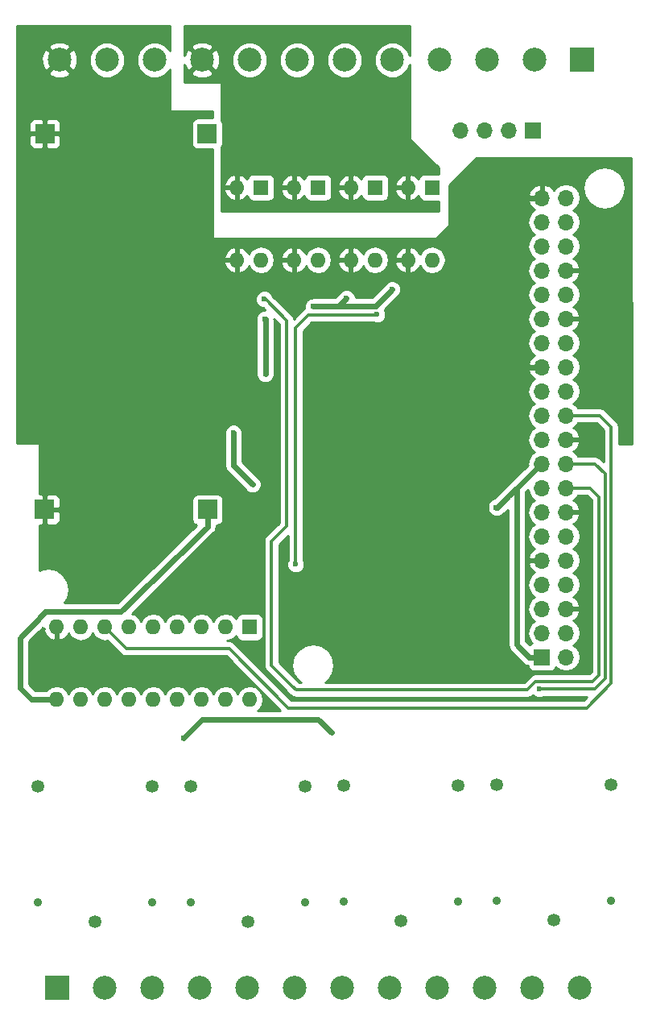
<source format=gbr>
G04 #@! TF.FileFunction,Copper,L2,Bot,Signal*
%FSLAX46Y46*%
G04 Gerber Fmt 4.6, Leading zero omitted, Abs format (unit mm)*
G04 Created by KiCad (PCBNEW 4.0.6-e0-6349~53~ubuntu16.04.1) date Tue Jul  4 14:55:03 2017*
%MOMM*%
%LPD*%
G01*
G04 APERTURE LIST*
%ADD10C,0.100000*%
%ADD11R,1.998980X1.998980*%
%ADD12C,2.500000*%
%ADD13R,2.500000X2.500000*%
%ADD14R,1.700000X1.700000*%
%ADD15O,1.700000X1.700000*%
%ADD16R,1.600000X1.600000*%
%ADD17O,1.600000X1.600000*%
%ADD18C,1.350000*%
%ADD19C,0.900000*%
%ADD20C,0.600000*%
%ADD21C,0.600000*%
%ADD22C,0.350000*%
%ADD23C,0.254000*%
G04 APERTURE END LIST*
D10*
D11*
X170025000Y-33751500D03*
X152975000Y-33751500D03*
X170072500Y-73248500D03*
X152927500Y-73248500D03*
D12*
X154500000Y-26000000D03*
X159500000Y-26000000D03*
X164500000Y-26000000D03*
X169500000Y-26000000D03*
X174500000Y-26000000D03*
X179500000Y-26000000D03*
X184500000Y-26000000D03*
X189500000Y-26000000D03*
X194500000Y-26000000D03*
X199500000Y-26000000D03*
D13*
X209500000Y-26000000D03*
D12*
X204500000Y-26000000D03*
D14*
X204300000Y-33400000D03*
D15*
X201760000Y-33400000D03*
X199220000Y-33400000D03*
X196680000Y-33400000D03*
D12*
X209250000Y-123500000D03*
X204250000Y-123500000D03*
X199250000Y-123500000D03*
X194250000Y-123500000D03*
X189250000Y-123500000D03*
X184250000Y-123500000D03*
X179250000Y-123500000D03*
X174250000Y-123500000D03*
X169250000Y-123500000D03*
X164250000Y-123500000D03*
D13*
X154250000Y-123500000D03*
D12*
X159250000Y-123500000D03*
D14*
X205250000Y-88750000D03*
D15*
X207790000Y-88750000D03*
X205250000Y-86210000D03*
X207790000Y-86210000D03*
X205250000Y-83670000D03*
X207790000Y-83670000D03*
X205250000Y-81130000D03*
X207790000Y-81130000D03*
X205250000Y-78590000D03*
X207790000Y-78590000D03*
X205250000Y-76050000D03*
X207790000Y-76050000D03*
X205250000Y-73510000D03*
X207790000Y-73510000D03*
X205250000Y-70970000D03*
X207790000Y-70970000D03*
X205250000Y-68430000D03*
X207790000Y-68430000D03*
X205250000Y-65890000D03*
X207790000Y-65890000D03*
X205250000Y-63350000D03*
X207790000Y-63350000D03*
X205250000Y-60810000D03*
X207790000Y-60810000D03*
X205250000Y-58270000D03*
X207790000Y-58270000D03*
X205250000Y-55730000D03*
X207790000Y-55730000D03*
X205250000Y-53190000D03*
X207790000Y-53190000D03*
X205250000Y-50650000D03*
X207790000Y-50650000D03*
X205250000Y-48110000D03*
X207790000Y-48110000D03*
X205250000Y-45570000D03*
X207790000Y-45570000D03*
X205250000Y-43030000D03*
X207790000Y-43030000D03*
X205250000Y-40490000D03*
X207790000Y-40490000D03*
D16*
X174510000Y-85610000D03*
D17*
X154190000Y-93230000D03*
X171970000Y-85610000D03*
X156730000Y-93230000D03*
X169430000Y-85610000D03*
X159270000Y-93230000D03*
X166890000Y-85610000D03*
X161810000Y-93230000D03*
X164350000Y-85610000D03*
X164350000Y-93230000D03*
X161810000Y-85610000D03*
X166890000Y-93230000D03*
X159270000Y-85610000D03*
X169430000Y-93230000D03*
X156730000Y-85610000D03*
X171970000Y-93230000D03*
X154190000Y-85610000D03*
X174510000Y-93230000D03*
D16*
X187700000Y-39400000D03*
D17*
X185160000Y-47020000D03*
X185160000Y-39400000D03*
X187700000Y-47020000D03*
D16*
X181700000Y-39400000D03*
D17*
X179160000Y-47020000D03*
X179160000Y-39400000D03*
X181700000Y-47020000D03*
D16*
X175700000Y-39400000D03*
D17*
X173160000Y-47020000D03*
X173160000Y-39400000D03*
X175700000Y-47020000D03*
D16*
X193700000Y-39400000D03*
D17*
X191160000Y-47020000D03*
X191160000Y-39400000D03*
X193700000Y-47020000D03*
D18*
X158250000Y-116570000D03*
D19*
X152250000Y-114570000D03*
X164250000Y-114570000D03*
D18*
X164250000Y-102370000D03*
X152250000Y-102370000D03*
X174310000Y-116550000D03*
D19*
X168310000Y-114550000D03*
X180310000Y-114550000D03*
D18*
X180310000Y-102350000D03*
X168310000Y-102350000D03*
X190420000Y-116460000D03*
D19*
X184420000Y-114460000D03*
X196420000Y-114460000D03*
D18*
X196420000Y-102260000D03*
X184420000Y-102260000D03*
X206510000Y-116370000D03*
D19*
X200510000Y-114370000D03*
X212510000Y-114370000D03*
D18*
X212510000Y-102170000D03*
X200510000Y-102170000D03*
D20*
X199400000Y-84300000D03*
X200850000Y-36650000D03*
X172800000Y-65200000D03*
X174800000Y-70600000D03*
X200400000Y-73000000D03*
X176150000Y-59000000D03*
X176100000Y-53200000D03*
X184700000Y-51050000D03*
X189500000Y-50100000D03*
X181200000Y-51900000D03*
X167525000Y-97275000D03*
X183100000Y-96700000D03*
X176050000Y-51150000D03*
X179350000Y-79000000D03*
X187900000Y-52750000D03*
X204950000Y-92100000D03*
D21*
X170072500Y-73248500D02*
X170072500Y-75037500D01*
X151560000Y-93230000D02*
X154190000Y-93230000D01*
X150340000Y-92010000D02*
X151560000Y-93230000D01*
X150340000Y-86730000D02*
X150340000Y-92010000D01*
X151660000Y-85410000D02*
X150340000Y-86730000D01*
X151690000Y-85410000D02*
X151660000Y-85410000D01*
X152970000Y-84005000D02*
X151690000Y-85410000D01*
X160980000Y-84005000D02*
X152970000Y-84005000D01*
X170072500Y-75037500D02*
X160980000Y-84005000D01*
X170072500Y-73607500D02*
X170072500Y-73248500D01*
X170072500Y-73248500D02*
X170001500Y-73248500D01*
X205250000Y-40490000D02*
X203560000Y-40490000D01*
X203560000Y-40490000D02*
X202450000Y-41600000D01*
X205250000Y-58270000D02*
X203880000Y-58270000D01*
X203880000Y-58270000D02*
X202450000Y-59700000D01*
X199400000Y-71050000D02*
X199400000Y-84300000D01*
X202450000Y-68000000D02*
X199400000Y-71050000D01*
X202450000Y-38250000D02*
X202450000Y-41600000D01*
X202450000Y-41600000D02*
X202450000Y-59700000D01*
X202450000Y-59700000D02*
X202450000Y-68000000D01*
X200850000Y-36650000D02*
X202450000Y-38250000D01*
X200400000Y-73000000D02*
X200600000Y-73000000D01*
X200600000Y-73000000D02*
X201800000Y-71800000D01*
X201800000Y-71800000D02*
X202600000Y-71000000D01*
X205250000Y-68430000D02*
X205170000Y-68430000D01*
X205170000Y-68430000D02*
X202600000Y-71000000D01*
X202600000Y-71000000D02*
X202600000Y-74300000D01*
X202600000Y-86400000D02*
X202600000Y-87450000D01*
X202600000Y-87450000D02*
X203900000Y-88750000D01*
X203900000Y-88750000D02*
X205250000Y-88750000D01*
X172800000Y-68600000D02*
X172800000Y-65200000D01*
X174800000Y-70600000D02*
X172800000Y-68600000D01*
X176150000Y-53250000D02*
X176150000Y-59000000D01*
X176100000Y-53200000D02*
X176150000Y-53250000D01*
X183950000Y-51850000D02*
X183950000Y-51800000D01*
X183950000Y-51800000D02*
X184700000Y-51050000D01*
X181200000Y-51900000D02*
X181250000Y-51850000D01*
X181250000Y-51850000D02*
X183950000Y-51850000D01*
X183950000Y-51850000D02*
X187750000Y-51850000D01*
X187750000Y-51850000D02*
X189500000Y-50100000D01*
X205250000Y-88750000D02*
X203900000Y-88750000D01*
X202600000Y-86400000D02*
X202600000Y-74300000D01*
X167525000Y-97275000D02*
X169475000Y-95325000D01*
X169475000Y-95325000D02*
X181725000Y-95325000D01*
X181725000Y-95325000D02*
X183100000Y-96700000D01*
D22*
X179000000Y-91820000D02*
X179000000Y-91800000D01*
X176800000Y-76600000D02*
X178400000Y-75000000D01*
X176800000Y-89600000D02*
X176800000Y-76600000D01*
X179000000Y-91800000D02*
X176800000Y-89600000D01*
X202710000Y-92190000D02*
X203700000Y-92190000D01*
X203700000Y-92190000D02*
X204590000Y-91300000D01*
X179000000Y-91820000D02*
X179370000Y-92190000D01*
X210600000Y-91300000D02*
X211250000Y-90650000D01*
X211250000Y-90650000D02*
X211250000Y-71900000D01*
X211250000Y-71900000D02*
X210320000Y-70970000D01*
X210320000Y-70970000D02*
X207790000Y-70970000D01*
X204590000Y-91300000D02*
X210600000Y-91300000D01*
X179370000Y-92190000D02*
X202710000Y-92190000D01*
X178400000Y-56200000D02*
X178400000Y-53400000D01*
X178400000Y-56200000D02*
X178400000Y-75000000D01*
X178400000Y-53400000D02*
X176150000Y-51150000D01*
X176150000Y-51150000D02*
X176050000Y-51150000D01*
X179350000Y-54150000D02*
X179350000Y-79000000D01*
X180700000Y-52800000D02*
X179350000Y-54150000D01*
X187850000Y-52800000D02*
X180700000Y-52800000D01*
X187900000Y-52750000D02*
X187850000Y-52800000D01*
X209850000Y-94100000D02*
X209950000Y-94100000D01*
X209950000Y-94100000D02*
X212550000Y-91500000D01*
X164520000Y-87850000D02*
X161510000Y-87850000D01*
X161510000Y-87850000D02*
X159270000Y-85610000D01*
X170980000Y-87850000D02*
X172350000Y-87850000D01*
X172350000Y-87850000D02*
X178600000Y-94100000D01*
X178600000Y-94100000D02*
X209850000Y-94100000D01*
X170980000Y-87850000D02*
X164520000Y-87850000D01*
X211350000Y-63350000D02*
X209750000Y-63350000D01*
X209750000Y-63350000D02*
X207790000Y-63350000D01*
X212550000Y-91500000D02*
X212550000Y-64550000D01*
X212550000Y-64550000D02*
X211350000Y-63350000D01*
X159270000Y-85370000D02*
X159270000Y-85310000D01*
X159270000Y-85370000D02*
X159310000Y-85370000D01*
X210830000Y-68430000D02*
X207790000Y-68430000D01*
X204950000Y-92100000D02*
X210800000Y-92100000D01*
X210800000Y-92100000D02*
X211900000Y-91000000D01*
X211900000Y-91000000D02*
X211900000Y-69500000D01*
X211900000Y-69500000D02*
X210830000Y-68430000D01*
D23*
G36*
X191348264Y-22426868D02*
X191354790Y-25552792D01*
X191098957Y-24933628D01*
X190569161Y-24402907D01*
X189876595Y-24115328D01*
X189126695Y-24114674D01*
X188433628Y-24401043D01*
X187902907Y-24930839D01*
X187615328Y-25623405D01*
X187614674Y-26373305D01*
X187901043Y-27066372D01*
X188430839Y-27597093D01*
X189123405Y-27884672D01*
X189873305Y-27885326D01*
X190566372Y-27598957D01*
X191097093Y-27069161D01*
X191356651Y-26444078D01*
X191373000Y-34275265D01*
X191383109Y-34324654D01*
X191411637Y-34366219D01*
X191454088Y-34393411D01*
X191465820Y-34395426D01*
X194373000Y-37302606D01*
X194373000Y-37952560D01*
X192900000Y-37952560D01*
X192664683Y-37996838D01*
X192448559Y-38135910D01*
X192303569Y-38348110D01*
X192271268Y-38507616D01*
X191897423Y-38168959D01*
X191509039Y-38008096D01*
X191287000Y-38130085D01*
X191287000Y-39273000D01*
X191307000Y-39273000D01*
X191307000Y-39527000D01*
X191287000Y-39527000D01*
X191287000Y-40669915D01*
X191509039Y-40791904D01*
X191897423Y-40631041D01*
X192270136Y-40293410D01*
X192296838Y-40435317D01*
X192435910Y-40651441D01*
X192648110Y-40796431D01*
X192900000Y-40847440D01*
X194373000Y-40847440D01*
X194373000Y-41922863D01*
X171502000Y-41898137D01*
X171502000Y-39749041D01*
X171768086Y-39749041D01*
X172007611Y-40255134D01*
X172422577Y-40631041D01*
X172810961Y-40791904D01*
X173033000Y-40669915D01*
X173033000Y-39527000D01*
X171889371Y-39527000D01*
X171768086Y-39749041D01*
X171502000Y-39749041D01*
X171502000Y-39050959D01*
X171768086Y-39050959D01*
X171889371Y-39273000D01*
X173033000Y-39273000D01*
X173033000Y-38130085D01*
X173287000Y-38130085D01*
X173287000Y-39273000D01*
X173307000Y-39273000D01*
X173307000Y-39527000D01*
X173287000Y-39527000D01*
X173287000Y-40669915D01*
X173509039Y-40791904D01*
X173897423Y-40631041D01*
X174270136Y-40293410D01*
X174296838Y-40435317D01*
X174435910Y-40651441D01*
X174648110Y-40796431D01*
X174900000Y-40847440D01*
X176500000Y-40847440D01*
X176735317Y-40803162D01*
X176951441Y-40664090D01*
X177096431Y-40451890D01*
X177147440Y-40200000D01*
X177147440Y-39749041D01*
X177768086Y-39749041D01*
X178007611Y-40255134D01*
X178422577Y-40631041D01*
X178810961Y-40791904D01*
X179033000Y-40669915D01*
X179033000Y-39527000D01*
X177889371Y-39527000D01*
X177768086Y-39749041D01*
X177147440Y-39749041D01*
X177147440Y-39050959D01*
X177768086Y-39050959D01*
X177889371Y-39273000D01*
X179033000Y-39273000D01*
X179033000Y-38130085D01*
X179287000Y-38130085D01*
X179287000Y-39273000D01*
X179307000Y-39273000D01*
X179307000Y-39527000D01*
X179287000Y-39527000D01*
X179287000Y-40669915D01*
X179509039Y-40791904D01*
X179897423Y-40631041D01*
X180270136Y-40293410D01*
X180296838Y-40435317D01*
X180435910Y-40651441D01*
X180648110Y-40796431D01*
X180900000Y-40847440D01*
X182500000Y-40847440D01*
X182735317Y-40803162D01*
X182951441Y-40664090D01*
X183096431Y-40451890D01*
X183147440Y-40200000D01*
X183147440Y-39749041D01*
X183768086Y-39749041D01*
X184007611Y-40255134D01*
X184422577Y-40631041D01*
X184810961Y-40791904D01*
X185033000Y-40669915D01*
X185033000Y-39527000D01*
X183889371Y-39527000D01*
X183768086Y-39749041D01*
X183147440Y-39749041D01*
X183147440Y-39050959D01*
X183768086Y-39050959D01*
X183889371Y-39273000D01*
X185033000Y-39273000D01*
X185033000Y-38130085D01*
X185287000Y-38130085D01*
X185287000Y-39273000D01*
X185307000Y-39273000D01*
X185307000Y-39527000D01*
X185287000Y-39527000D01*
X185287000Y-40669915D01*
X185509039Y-40791904D01*
X185897423Y-40631041D01*
X186270136Y-40293410D01*
X186296838Y-40435317D01*
X186435910Y-40651441D01*
X186648110Y-40796431D01*
X186900000Y-40847440D01*
X188500000Y-40847440D01*
X188735317Y-40803162D01*
X188951441Y-40664090D01*
X189096431Y-40451890D01*
X189147440Y-40200000D01*
X189147440Y-39749041D01*
X189768086Y-39749041D01*
X190007611Y-40255134D01*
X190422577Y-40631041D01*
X190810961Y-40791904D01*
X191033000Y-40669915D01*
X191033000Y-39527000D01*
X189889371Y-39527000D01*
X189768086Y-39749041D01*
X189147440Y-39749041D01*
X189147440Y-39050959D01*
X189768086Y-39050959D01*
X189889371Y-39273000D01*
X191033000Y-39273000D01*
X191033000Y-38130085D01*
X190810961Y-38008096D01*
X190422577Y-38168959D01*
X190007611Y-38544866D01*
X189768086Y-39050959D01*
X189147440Y-39050959D01*
X189147440Y-38600000D01*
X189103162Y-38364683D01*
X188964090Y-38148559D01*
X188751890Y-38003569D01*
X188500000Y-37952560D01*
X186900000Y-37952560D01*
X186664683Y-37996838D01*
X186448559Y-38135910D01*
X186303569Y-38348110D01*
X186271268Y-38507616D01*
X185897423Y-38168959D01*
X185509039Y-38008096D01*
X185287000Y-38130085D01*
X185033000Y-38130085D01*
X184810961Y-38008096D01*
X184422577Y-38168959D01*
X184007611Y-38544866D01*
X183768086Y-39050959D01*
X183147440Y-39050959D01*
X183147440Y-38600000D01*
X183103162Y-38364683D01*
X182964090Y-38148559D01*
X182751890Y-38003569D01*
X182500000Y-37952560D01*
X180900000Y-37952560D01*
X180664683Y-37996838D01*
X180448559Y-38135910D01*
X180303569Y-38348110D01*
X180271268Y-38507616D01*
X179897423Y-38168959D01*
X179509039Y-38008096D01*
X179287000Y-38130085D01*
X179033000Y-38130085D01*
X178810961Y-38008096D01*
X178422577Y-38168959D01*
X178007611Y-38544866D01*
X177768086Y-39050959D01*
X177147440Y-39050959D01*
X177147440Y-38600000D01*
X177103162Y-38364683D01*
X176964090Y-38148559D01*
X176751890Y-38003569D01*
X176500000Y-37952560D01*
X174900000Y-37952560D01*
X174664683Y-37996838D01*
X174448559Y-38135910D01*
X174303569Y-38348110D01*
X174271268Y-38507616D01*
X173897423Y-38168959D01*
X173509039Y-38008096D01*
X173287000Y-38130085D01*
X173033000Y-38130085D01*
X172810961Y-38008096D01*
X172422577Y-38168959D01*
X172007611Y-38544866D01*
X171768086Y-39050959D01*
X171502000Y-39050959D01*
X171502000Y-35176927D01*
X171620921Y-35002880D01*
X171671930Y-34750990D01*
X171671930Y-32752010D01*
X171627652Y-32516693D01*
X171502000Y-32321424D01*
X171502000Y-28475000D01*
X171491994Y-28425590D01*
X171463553Y-28383965D01*
X171421159Y-28356685D01*
X171375000Y-28348000D01*
X167651489Y-28348000D01*
X167647398Y-27333320D01*
X168346285Y-27333320D01*
X168475533Y-27626123D01*
X169175806Y-27894388D01*
X169925435Y-27874250D01*
X170524467Y-27626123D01*
X170653715Y-27333320D01*
X169500000Y-26179605D01*
X168346285Y-27333320D01*
X167647398Y-27333320D01*
X167643914Y-26469286D01*
X167873877Y-27024467D01*
X168166680Y-27153715D01*
X169320395Y-26000000D01*
X169679605Y-26000000D01*
X170833320Y-27153715D01*
X171126123Y-27024467D01*
X171375574Y-26373305D01*
X172614674Y-26373305D01*
X172901043Y-27066372D01*
X173430839Y-27597093D01*
X174123405Y-27884672D01*
X174873305Y-27885326D01*
X175566372Y-27598957D01*
X176097093Y-27069161D01*
X176384672Y-26376595D01*
X176384674Y-26373305D01*
X177614674Y-26373305D01*
X177901043Y-27066372D01*
X178430839Y-27597093D01*
X179123405Y-27884672D01*
X179873305Y-27885326D01*
X180566372Y-27598957D01*
X181097093Y-27069161D01*
X181384672Y-26376595D01*
X181384674Y-26373305D01*
X182614674Y-26373305D01*
X182901043Y-27066372D01*
X183430839Y-27597093D01*
X184123405Y-27884672D01*
X184873305Y-27885326D01*
X185566372Y-27598957D01*
X186097093Y-27069161D01*
X186384672Y-26376595D01*
X186385326Y-25626695D01*
X186098957Y-24933628D01*
X185569161Y-24402907D01*
X184876595Y-24115328D01*
X184126695Y-24114674D01*
X183433628Y-24401043D01*
X182902907Y-24930839D01*
X182615328Y-25623405D01*
X182614674Y-26373305D01*
X181384674Y-26373305D01*
X181385326Y-25626695D01*
X181098957Y-24933628D01*
X180569161Y-24402907D01*
X179876595Y-24115328D01*
X179126695Y-24114674D01*
X178433628Y-24401043D01*
X177902907Y-24930839D01*
X177615328Y-25623405D01*
X177614674Y-26373305D01*
X176384674Y-26373305D01*
X176385326Y-25626695D01*
X176098957Y-24933628D01*
X175569161Y-24402907D01*
X174876595Y-24115328D01*
X174126695Y-24114674D01*
X173433628Y-24401043D01*
X172902907Y-24930839D01*
X172615328Y-25623405D01*
X172614674Y-26373305D01*
X171375574Y-26373305D01*
X171394388Y-26324194D01*
X171374250Y-25574565D01*
X171126123Y-24975533D01*
X170833320Y-24846285D01*
X169679605Y-26000000D01*
X169320395Y-26000000D01*
X168166680Y-24846285D01*
X167873877Y-24975533D01*
X167640349Y-25585131D01*
X167636646Y-24666680D01*
X168346285Y-24666680D01*
X169500000Y-25820395D01*
X170653715Y-24666680D01*
X170524467Y-24373877D01*
X169824194Y-24105612D01*
X169074565Y-24125750D01*
X168475533Y-24373877D01*
X168346285Y-24666680D01*
X167636646Y-24666680D01*
X167627514Y-22402133D01*
X191348264Y-22426868D01*
X191348264Y-22426868D01*
G37*
X191348264Y-22426868D02*
X191354790Y-25552792D01*
X191098957Y-24933628D01*
X190569161Y-24402907D01*
X189876595Y-24115328D01*
X189126695Y-24114674D01*
X188433628Y-24401043D01*
X187902907Y-24930839D01*
X187615328Y-25623405D01*
X187614674Y-26373305D01*
X187901043Y-27066372D01*
X188430839Y-27597093D01*
X189123405Y-27884672D01*
X189873305Y-27885326D01*
X190566372Y-27598957D01*
X191097093Y-27069161D01*
X191356651Y-26444078D01*
X191373000Y-34275265D01*
X191383109Y-34324654D01*
X191411637Y-34366219D01*
X191454088Y-34393411D01*
X191465820Y-34395426D01*
X194373000Y-37302606D01*
X194373000Y-37952560D01*
X192900000Y-37952560D01*
X192664683Y-37996838D01*
X192448559Y-38135910D01*
X192303569Y-38348110D01*
X192271268Y-38507616D01*
X191897423Y-38168959D01*
X191509039Y-38008096D01*
X191287000Y-38130085D01*
X191287000Y-39273000D01*
X191307000Y-39273000D01*
X191307000Y-39527000D01*
X191287000Y-39527000D01*
X191287000Y-40669915D01*
X191509039Y-40791904D01*
X191897423Y-40631041D01*
X192270136Y-40293410D01*
X192296838Y-40435317D01*
X192435910Y-40651441D01*
X192648110Y-40796431D01*
X192900000Y-40847440D01*
X194373000Y-40847440D01*
X194373000Y-41922863D01*
X171502000Y-41898137D01*
X171502000Y-39749041D01*
X171768086Y-39749041D01*
X172007611Y-40255134D01*
X172422577Y-40631041D01*
X172810961Y-40791904D01*
X173033000Y-40669915D01*
X173033000Y-39527000D01*
X171889371Y-39527000D01*
X171768086Y-39749041D01*
X171502000Y-39749041D01*
X171502000Y-39050959D01*
X171768086Y-39050959D01*
X171889371Y-39273000D01*
X173033000Y-39273000D01*
X173033000Y-38130085D01*
X173287000Y-38130085D01*
X173287000Y-39273000D01*
X173307000Y-39273000D01*
X173307000Y-39527000D01*
X173287000Y-39527000D01*
X173287000Y-40669915D01*
X173509039Y-40791904D01*
X173897423Y-40631041D01*
X174270136Y-40293410D01*
X174296838Y-40435317D01*
X174435910Y-40651441D01*
X174648110Y-40796431D01*
X174900000Y-40847440D01*
X176500000Y-40847440D01*
X176735317Y-40803162D01*
X176951441Y-40664090D01*
X177096431Y-40451890D01*
X177147440Y-40200000D01*
X177147440Y-39749041D01*
X177768086Y-39749041D01*
X178007611Y-40255134D01*
X178422577Y-40631041D01*
X178810961Y-40791904D01*
X179033000Y-40669915D01*
X179033000Y-39527000D01*
X177889371Y-39527000D01*
X177768086Y-39749041D01*
X177147440Y-39749041D01*
X177147440Y-39050959D01*
X177768086Y-39050959D01*
X177889371Y-39273000D01*
X179033000Y-39273000D01*
X179033000Y-38130085D01*
X179287000Y-38130085D01*
X179287000Y-39273000D01*
X179307000Y-39273000D01*
X179307000Y-39527000D01*
X179287000Y-39527000D01*
X179287000Y-40669915D01*
X179509039Y-40791904D01*
X179897423Y-40631041D01*
X180270136Y-40293410D01*
X180296838Y-40435317D01*
X180435910Y-40651441D01*
X180648110Y-40796431D01*
X180900000Y-40847440D01*
X182500000Y-40847440D01*
X182735317Y-40803162D01*
X182951441Y-40664090D01*
X183096431Y-40451890D01*
X183147440Y-40200000D01*
X183147440Y-39749041D01*
X183768086Y-39749041D01*
X184007611Y-40255134D01*
X184422577Y-40631041D01*
X184810961Y-40791904D01*
X185033000Y-40669915D01*
X185033000Y-39527000D01*
X183889371Y-39527000D01*
X183768086Y-39749041D01*
X183147440Y-39749041D01*
X183147440Y-39050959D01*
X183768086Y-39050959D01*
X183889371Y-39273000D01*
X185033000Y-39273000D01*
X185033000Y-38130085D01*
X185287000Y-38130085D01*
X185287000Y-39273000D01*
X185307000Y-39273000D01*
X185307000Y-39527000D01*
X185287000Y-39527000D01*
X185287000Y-40669915D01*
X185509039Y-40791904D01*
X185897423Y-40631041D01*
X186270136Y-40293410D01*
X186296838Y-40435317D01*
X186435910Y-40651441D01*
X186648110Y-40796431D01*
X186900000Y-40847440D01*
X188500000Y-40847440D01*
X188735317Y-40803162D01*
X188951441Y-40664090D01*
X189096431Y-40451890D01*
X189147440Y-40200000D01*
X189147440Y-39749041D01*
X189768086Y-39749041D01*
X190007611Y-40255134D01*
X190422577Y-40631041D01*
X190810961Y-40791904D01*
X191033000Y-40669915D01*
X191033000Y-39527000D01*
X189889371Y-39527000D01*
X189768086Y-39749041D01*
X189147440Y-39749041D01*
X189147440Y-39050959D01*
X189768086Y-39050959D01*
X189889371Y-39273000D01*
X191033000Y-39273000D01*
X191033000Y-38130085D01*
X190810961Y-38008096D01*
X190422577Y-38168959D01*
X190007611Y-38544866D01*
X189768086Y-39050959D01*
X189147440Y-39050959D01*
X189147440Y-38600000D01*
X189103162Y-38364683D01*
X188964090Y-38148559D01*
X188751890Y-38003569D01*
X188500000Y-37952560D01*
X186900000Y-37952560D01*
X186664683Y-37996838D01*
X186448559Y-38135910D01*
X186303569Y-38348110D01*
X186271268Y-38507616D01*
X185897423Y-38168959D01*
X185509039Y-38008096D01*
X185287000Y-38130085D01*
X185033000Y-38130085D01*
X184810961Y-38008096D01*
X184422577Y-38168959D01*
X184007611Y-38544866D01*
X183768086Y-39050959D01*
X183147440Y-39050959D01*
X183147440Y-38600000D01*
X183103162Y-38364683D01*
X182964090Y-38148559D01*
X182751890Y-38003569D01*
X182500000Y-37952560D01*
X180900000Y-37952560D01*
X180664683Y-37996838D01*
X180448559Y-38135910D01*
X180303569Y-38348110D01*
X180271268Y-38507616D01*
X179897423Y-38168959D01*
X179509039Y-38008096D01*
X179287000Y-38130085D01*
X179033000Y-38130085D01*
X178810961Y-38008096D01*
X178422577Y-38168959D01*
X178007611Y-38544866D01*
X177768086Y-39050959D01*
X177147440Y-39050959D01*
X177147440Y-38600000D01*
X177103162Y-38364683D01*
X176964090Y-38148559D01*
X176751890Y-38003569D01*
X176500000Y-37952560D01*
X174900000Y-37952560D01*
X174664683Y-37996838D01*
X174448559Y-38135910D01*
X174303569Y-38348110D01*
X174271268Y-38507616D01*
X173897423Y-38168959D01*
X173509039Y-38008096D01*
X173287000Y-38130085D01*
X173033000Y-38130085D01*
X172810961Y-38008096D01*
X172422577Y-38168959D01*
X172007611Y-38544866D01*
X171768086Y-39050959D01*
X171502000Y-39050959D01*
X171502000Y-35176927D01*
X171620921Y-35002880D01*
X171671930Y-34750990D01*
X171671930Y-32752010D01*
X171627652Y-32516693D01*
X171502000Y-32321424D01*
X171502000Y-28475000D01*
X171491994Y-28425590D01*
X171463553Y-28383965D01*
X171421159Y-28356685D01*
X171375000Y-28348000D01*
X167651489Y-28348000D01*
X167647398Y-27333320D01*
X168346285Y-27333320D01*
X168475533Y-27626123D01*
X169175806Y-27894388D01*
X169925435Y-27874250D01*
X170524467Y-27626123D01*
X170653715Y-27333320D01*
X169500000Y-26179605D01*
X168346285Y-27333320D01*
X167647398Y-27333320D01*
X167643914Y-26469286D01*
X167873877Y-27024467D01*
X168166680Y-27153715D01*
X169320395Y-26000000D01*
X169679605Y-26000000D01*
X170833320Y-27153715D01*
X171126123Y-27024467D01*
X171375574Y-26373305D01*
X172614674Y-26373305D01*
X172901043Y-27066372D01*
X173430839Y-27597093D01*
X174123405Y-27884672D01*
X174873305Y-27885326D01*
X175566372Y-27598957D01*
X176097093Y-27069161D01*
X176384672Y-26376595D01*
X176384674Y-26373305D01*
X177614674Y-26373305D01*
X177901043Y-27066372D01*
X178430839Y-27597093D01*
X179123405Y-27884672D01*
X179873305Y-27885326D01*
X180566372Y-27598957D01*
X181097093Y-27069161D01*
X181384672Y-26376595D01*
X181384674Y-26373305D01*
X182614674Y-26373305D01*
X182901043Y-27066372D01*
X183430839Y-27597093D01*
X184123405Y-27884672D01*
X184873305Y-27885326D01*
X185566372Y-27598957D01*
X186097093Y-27069161D01*
X186384672Y-26376595D01*
X186385326Y-25626695D01*
X186098957Y-24933628D01*
X185569161Y-24402907D01*
X184876595Y-24115328D01*
X184126695Y-24114674D01*
X183433628Y-24401043D01*
X182902907Y-24930839D01*
X182615328Y-25623405D01*
X182614674Y-26373305D01*
X181384674Y-26373305D01*
X181385326Y-25626695D01*
X181098957Y-24933628D01*
X180569161Y-24402907D01*
X179876595Y-24115328D01*
X179126695Y-24114674D01*
X178433628Y-24401043D01*
X177902907Y-24930839D01*
X177615328Y-25623405D01*
X177614674Y-26373305D01*
X176384674Y-26373305D01*
X176385326Y-25626695D01*
X176098957Y-24933628D01*
X175569161Y-24402907D01*
X174876595Y-24115328D01*
X174126695Y-24114674D01*
X173433628Y-24401043D01*
X172902907Y-24930839D01*
X172615328Y-25623405D01*
X172614674Y-26373305D01*
X171375574Y-26373305D01*
X171394388Y-26324194D01*
X171374250Y-25574565D01*
X171126123Y-24975533D01*
X170833320Y-24846285D01*
X169679605Y-26000000D01*
X169320395Y-26000000D01*
X168166680Y-24846285D01*
X167873877Y-24975533D01*
X167640349Y-25585131D01*
X167636646Y-24666680D01*
X168346285Y-24666680D01*
X169500000Y-25820395D01*
X170653715Y-24666680D01*
X170524467Y-24373877D01*
X169824194Y-24105612D01*
X169074565Y-24125750D01*
X168475533Y-24373877D01*
X168346285Y-24666680D01*
X167636646Y-24666680D01*
X167627514Y-22402133D01*
X191348264Y-22426868D01*
G36*
X154317000Y-85483000D02*
X154337000Y-85483000D01*
X154337000Y-85737000D01*
X154317000Y-85737000D01*
X154317000Y-86879915D01*
X154539039Y-87001904D01*
X154927423Y-86841041D01*
X155342389Y-86465134D01*
X155445014Y-86248297D01*
X155715302Y-86652811D01*
X156180849Y-86963880D01*
X156730000Y-87073113D01*
X157279151Y-86963880D01*
X157744698Y-86652811D01*
X158000000Y-86270725D01*
X158255302Y-86652811D01*
X158720849Y-86963880D01*
X159270000Y-87073113D01*
X159534907Y-87020420D01*
X160937243Y-88422756D01*
X161068635Y-88510549D01*
X161200026Y-88598342D01*
X161510000Y-88660000D01*
X172014488Y-88660000D01*
X177744487Y-94390000D01*
X175349313Y-94390000D01*
X175524698Y-94272811D01*
X175835767Y-93807264D01*
X175945000Y-93258113D01*
X175945000Y-93201887D01*
X175835767Y-92652736D01*
X175524698Y-92187189D01*
X175059151Y-91876120D01*
X174510000Y-91766887D01*
X173960849Y-91876120D01*
X173495302Y-92187189D01*
X173240000Y-92569275D01*
X172984698Y-92187189D01*
X172519151Y-91876120D01*
X171970000Y-91766887D01*
X171420849Y-91876120D01*
X170955302Y-92187189D01*
X170700000Y-92569275D01*
X170444698Y-92187189D01*
X169979151Y-91876120D01*
X169430000Y-91766887D01*
X168880849Y-91876120D01*
X168415302Y-92187189D01*
X168160000Y-92569275D01*
X167904698Y-92187189D01*
X167439151Y-91876120D01*
X166890000Y-91766887D01*
X166340849Y-91876120D01*
X165875302Y-92187189D01*
X165620000Y-92569275D01*
X165364698Y-92187189D01*
X164899151Y-91876120D01*
X164350000Y-91766887D01*
X163800849Y-91876120D01*
X163335302Y-92187189D01*
X163080000Y-92569275D01*
X162824698Y-92187189D01*
X162359151Y-91876120D01*
X161810000Y-91766887D01*
X161260849Y-91876120D01*
X160795302Y-92187189D01*
X160540000Y-92569275D01*
X160284698Y-92187189D01*
X159819151Y-91876120D01*
X159270000Y-91766887D01*
X158720849Y-91876120D01*
X158255302Y-92187189D01*
X158000000Y-92569275D01*
X157744698Y-92187189D01*
X157279151Y-91876120D01*
X156730000Y-91766887D01*
X156180849Y-91876120D01*
X155715302Y-92187189D01*
X155460000Y-92569275D01*
X155204698Y-92187189D01*
X154739151Y-91876120D01*
X154190000Y-91766887D01*
X153640849Y-91876120D01*
X153175302Y-92187189D01*
X153103265Y-92295000D01*
X151947290Y-92295000D01*
X151275000Y-91622710D01*
X151275000Y-87117290D01*
X152260735Y-86131555D01*
X152351145Y-86071145D01*
X152363411Y-86052788D01*
X152381176Y-86039683D01*
X152755000Y-85629353D01*
X152755000Y-85737002D01*
X152919370Y-85737002D01*
X152798086Y-85959041D01*
X153037611Y-86465134D01*
X153452577Y-86841041D01*
X153840961Y-87001904D01*
X154063000Y-86879915D01*
X154063000Y-85737000D01*
X154043000Y-85737000D01*
X154043000Y-85483000D01*
X154063000Y-85483000D01*
X154063000Y-85463000D01*
X154317000Y-85463000D01*
X154317000Y-85483000D01*
X154317000Y-85483000D01*
G37*
X154317000Y-85483000D02*
X154337000Y-85483000D01*
X154337000Y-85737000D01*
X154317000Y-85737000D01*
X154317000Y-86879915D01*
X154539039Y-87001904D01*
X154927423Y-86841041D01*
X155342389Y-86465134D01*
X155445014Y-86248297D01*
X155715302Y-86652811D01*
X156180849Y-86963880D01*
X156730000Y-87073113D01*
X157279151Y-86963880D01*
X157744698Y-86652811D01*
X158000000Y-86270725D01*
X158255302Y-86652811D01*
X158720849Y-86963880D01*
X159270000Y-87073113D01*
X159534907Y-87020420D01*
X160937243Y-88422756D01*
X161068635Y-88510549D01*
X161200026Y-88598342D01*
X161510000Y-88660000D01*
X172014488Y-88660000D01*
X177744487Y-94390000D01*
X175349313Y-94390000D01*
X175524698Y-94272811D01*
X175835767Y-93807264D01*
X175945000Y-93258113D01*
X175945000Y-93201887D01*
X175835767Y-92652736D01*
X175524698Y-92187189D01*
X175059151Y-91876120D01*
X174510000Y-91766887D01*
X173960849Y-91876120D01*
X173495302Y-92187189D01*
X173240000Y-92569275D01*
X172984698Y-92187189D01*
X172519151Y-91876120D01*
X171970000Y-91766887D01*
X171420849Y-91876120D01*
X170955302Y-92187189D01*
X170700000Y-92569275D01*
X170444698Y-92187189D01*
X169979151Y-91876120D01*
X169430000Y-91766887D01*
X168880849Y-91876120D01*
X168415302Y-92187189D01*
X168160000Y-92569275D01*
X167904698Y-92187189D01*
X167439151Y-91876120D01*
X166890000Y-91766887D01*
X166340849Y-91876120D01*
X165875302Y-92187189D01*
X165620000Y-92569275D01*
X165364698Y-92187189D01*
X164899151Y-91876120D01*
X164350000Y-91766887D01*
X163800849Y-91876120D01*
X163335302Y-92187189D01*
X163080000Y-92569275D01*
X162824698Y-92187189D01*
X162359151Y-91876120D01*
X161810000Y-91766887D01*
X161260849Y-91876120D01*
X160795302Y-92187189D01*
X160540000Y-92569275D01*
X160284698Y-92187189D01*
X159819151Y-91876120D01*
X159270000Y-91766887D01*
X158720849Y-91876120D01*
X158255302Y-92187189D01*
X158000000Y-92569275D01*
X157744698Y-92187189D01*
X157279151Y-91876120D01*
X156730000Y-91766887D01*
X156180849Y-91876120D01*
X155715302Y-92187189D01*
X155460000Y-92569275D01*
X155204698Y-92187189D01*
X154739151Y-91876120D01*
X154190000Y-91766887D01*
X153640849Y-91876120D01*
X153175302Y-92187189D01*
X153103265Y-92295000D01*
X151947290Y-92295000D01*
X151275000Y-91622710D01*
X151275000Y-87117290D01*
X152260735Y-86131555D01*
X152351145Y-86071145D01*
X152363411Y-86052788D01*
X152381176Y-86039683D01*
X152755000Y-85629353D01*
X152755000Y-85737002D01*
X152919370Y-85737002D01*
X152798086Y-85959041D01*
X153037611Y-86465134D01*
X153452577Y-86841041D01*
X153840961Y-87001904D01*
X154063000Y-86879915D01*
X154063000Y-85737000D01*
X154043000Y-85737000D01*
X154043000Y-85483000D01*
X154063000Y-85483000D01*
X154063000Y-85463000D01*
X154317000Y-85463000D01*
X154317000Y-85483000D01*
G36*
X166148000Y-25052321D02*
X166098957Y-24933628D01*
X165569161Y-24402907D01*
X164876595Y-24115328D01*
X164126695Y-24114674D01*
X163433628Y-24401043D01*
X162902907Y-24930839D01*
X162615328Y-25623405D01*
X162614674Y-26373305D01*
X162901043Y-27066372D01*
X163430839Y-27597093D01*
X164123405Y-27884672D01*
X164873305Y-27885326D01*
X165566372Y-27598957D01*
X166097093Y-27069161D01*
X166148000Y-26946564D01*
X166148000Y-31250000D01*
X166158006Y-31299410D01*
X166186447Y-31341035D01*
X166228841Y-31368315D01*
X166275000Y-31377000D01*
X170598000Y-31377000D01*
X170598000Y-32104570D01*
X169025510Y-32104570D01*
X168790193Y-32148848D01*
X168574069Y-32287920D01*
X168429079Y-32500120D01*
X168378070Y-32752010D01*
X168378070Y-34750990D01*
X168422348Y-34986307D01*
X168561420Y-35202431D01*
X168773620Y-35347421D01*
X169025510Y-35398430D01*
X170598000Y-35398430D01*
X170598000Y-44625000D01*
X170608006Y-44674410D01*
X170636447Y-44716035D01*
X170678841Y-44743315D01*
X170725000Y-44752000D01*
X194125000Y-44752000D01*
X194174410Y-44741994D01*
X194214803Y-44714803D01*
X195489803Y-43439803D01*
X195517666Y-43397789D01*
X195527000Y-43350000D01*
X195527000Y-40133110D01*
X203808524Y-40133110D01*
X203929845Y-40363000D01*
X205123000Y-40363000D01*
X205123000Y-39169181D01*
X204893108Y-39048514D01*
X204368642Y-39294817D01*
X203978355Y-39723076D01*
X203808524Y-40133110D01*
X195527000Y-40133110D01*
X195527000Y-39152606D01*
X198352606Y-36327000D01*
X214648105Y-36327000D01*
X214672895Y-66348000D01*
X213360000Y-66348000D01*
X213360000Y-64550000D01*
X213298342Y-64240026D01*
X213203671Y-64098342D01*
X213122756Y-63977243D01*
X211922756Y-62777244D01*
X211659974Y-62601658D01*
X211350000Y-62540000D01*
X209029546Y-62540000D01*
X208869147Y-62299946D01*
X208539974Y-62080000D01*
X208869147Y-61860054D01*
X209191054Y-61378285D01*
X209304093Y-60810000D01*
X209191054Y-60241715D01*
X208869147Y-59759946D01*
X208539974Y-59540000D01*
X208869147Y-59320054D01*
X209191054Y-58838285D01*
X209304093Y-58270000D01*
X209191054Y-57701715D01*
X208869147Y-57219946D01*
X208539974Y-57000000D01*
X208869147Y-56780054D01*
X209191054Y-56298285D01*
X209304093Y-55730000D01*
X209191054Y-55161715D01*
X208869147Y-54679946D01*
X208528447Y-54452298D01*
X208671358Y-54385183D01*
X209061645Y-53956924D01*
X209231476Y-53546890D01*
X209110155Y-53317000D01*
X207917000Y-53317000D01*
X207917000Y-53337000D01*
X207663000Y-53337000D01*
X207663000Y-53317000D01*
X207643000Y-53317000D01*
X207643000Y-53063000D01*
X207663000Y-53063000D01*
X207663000Y-53043000D01*
X207917000Y-53043000D01*
X207917000Y-53063000D01*
X209110155Y-53063000D01*
X209231476Y-52833110D01*
X209061645Y-52423076D01*
X208671358Y-51994817D01*
X208528447Y-51927702D01*
X208869147Y-51700054D01*
X209191054Y-51218285D01*
X209304093Y-50650000D01*
X209191054Y-50081715D01*
X208869147Y-49599946D01*
X208528447Y-49372298D01*
X208671358Y-49305183D01*
X209061645Y-48876924D01*
X209231476Y-48466890D01*
X209110155Y-48237000D01*
X207917000Y-48237000D01*
X207917000Y-48257000D01*
X207663000Y-48257000D01*
X207663000Y-48237000D01*
X207643000Y-48237000D01*
X207643000Y-47983000D01*
X207663000Y-47983000D01*
X207663000Y-47963000D01*
X207917000Y-47963000D01*
X207917000Y-47983000D01*
X209110155Y-47983000D01*
X209231476Y-47753110D01*
X209061645Y-47343076D01*
X208671358Y-46914817D01*
X208528447Y-46847702D01*
X208869147Y-46620054D01*
X209191054Y-46138285D01*
X209304093Y-45570000D01*
X209191054Y-45001715D01*
X208869147Y-44519946D01*
X208539974Y-44300000D01*
X208869147Y-44080054D01*
X209191054Y-43598285D01*
X209304093Y-43030000D01*
X209191054Y-42461715D01*
X208869147Y-41979946D01*
X208539974Y-41760000D01*
X208869147Y-41540054D01*
X209191054Y-41058285D01*
X209304093Y-40490000D01*
X209191054Y-39921715D01*
X208875865Y-39450000D01*
X209585294Y-39450000D01*
X209755781Y-40307098D01*
X210241289Y-41033711D01*
X210967902Y-41519219D01*
X211825000Y-41689706D01*
X212682098Y-41519219D01*
X213408711Y-41033711D01*
X213894219Y-40307098D01*
X214064706Y-39450000D01*
X213894219Y-38592902D01*
X213408711Y-37866289D01*
X212682098Y-37380781D01*
X211825000Y-37210294D01*
X210967902Y-37380781D01*
X210241289Y-37866289D01*
X209755781Y-38592902D01*
X209585294Y-39450000D01*
X208875865Y-39450000D01*
X208869147Y-39439946D01*
X208387378Y-39118039D01*
X207819093Y-39005000D01*
X207760907Y-39005000D01*
X207192622Y-39118039D01*
X206710853Y-39439946D01*
X206521655Y-39723101D01*
X206521645Y-39723076D01*
X206131358Y-39294817D01*
X205606892Y-39048514D01*
X205377000Y-39169181D01*
X205377000Y-40363000D01*
X205397000Y-40363000D01*
X205397000Y-40617000D01*
X205377000Y-40617000D01*
X205377000Y-40637000D01*
X205123000Y-40637000D01*
X205123000Y-40617000D01*
X203929845Y-40617000D01*
X203808524Y-40846890D01*
X203978355Y-41256924D01*
X204368642Y-41685183D01*
X204511553Y-41752298D01*
X204170853Y-41979946D01*
X203848946Y-42461715D01*
X203735907Y-43030000D01*
X203848946Y-43598285D01*
X204170853Y-44080054D01*
X204500026Y-44300000D01*
X204170853Y-44519946D01*
X203848946Y-45001715D01*
X203735907Y-45570000D01*
X203848946Y-46138285D01*
X204170853Y-46620054D01*
X204500026Y-46840000D01*
X204170853Y-47059946D01*
X203848946Y-47541715D01*
X203735907Y-48110000D01*
X203848946Y-48678285D01*
X204170853Y-49160054D01*
X204500026Y-49380000D01*
X204170853Y-49599946D01*
X203848946Y-50081715D01*
X203735907Y-50650000D01*
X203848946Y-51218285D01*
X204170853Y-51700054D01*
X204500026Y-51920000D01*
X204170853Y-52139946D01*
X203848946Y-52621715D01*
X203735907Y-53190000D01*
X203848946Y-53758285D01*
X204170853Y-54240054D01*
X204500026Y-54460000D01*
X204170853Y-54679946D01*
X203848946Y-55161715D01*
X203735907Y-55730000D01*
X203848946Y-56298285D01*
X204170853Y-56780054D01*
X204511553Y-57007702D01*
X204368642Y-57074817D01*
X203978355Y-57503076D01*
X203808524Y-57913110D01*
X203929845Y-58143000D01*
X205123000Y-58143000D01*
X205123000Y-58123000D01*
X205377000Y-58123000D01*
X205377000Y-58143000D01*
X205397000Y-58143000D01*
X205397000Y-58397000D01*
X205377000Y-58397000D01*
X205377000Y-58417000D01*
X205123000Y-58417000D01*
X205123000Y-58397000D01*
X203929845Y-58397000D01*
X203808524Y-58626890D01*
X203978355Y-59036924D01*
X204368642Y-59465183D01*
X204511553Y-59532298D01*
X204170853Y-59759946D01*
X203848946Y-60241715D01*
X203735907Y-60810000D01*
X203848946Y-61378285D01*
X204170853Y-61860054D01*
X204500026Y-62080000D01*
X204170853Y-62299946D01*
X203848946Y-62781715D01*
X203735907Y-63350000D01*
X203848946Y-63918285D01*
X204170853Y-64400054D01*
X204500026Y-64620000D01*
X204170853Y-64839946D01*
X203848946Y-65321715D01*
X203735907Y-65890000D01*
X203848946Y-66458285D01*
X204170853Y-66940054D01*
X204500026Y-67160000D01*
X204170853Y-67379946D01*
X203848946Y-67861715D01*
X203735907Y-68430000D01*
X203754456Y-68523254D01*
X200211491Y-72066219D01*
X199871057Y-72206883D01*
X199607808Y-72469673D01*
X199465162Y-72813201D01*
X199464838Y-73185167D01*
X199606883Y-73528943D01*
X199869673Y-73792192D01*
X200213201Y-73934838D01*
X200585167Y-73935162D01*
X200585559Y-73935000D01*
X200600000Y-73935000D01*
X200957809Y-73863827D01*
X201261145Y-73661145D01*
X201665000Y-73257290D01*
X201665000Y-87450000D01*
X201736173Y-87807809D01*
X201938855Y-88111145D01*
X203238855Y-89411145D01*
X203542191Y-89613827D01*
X203763443Y-89657837D01*
X203796838Y-89835317D01*
X203935910Y-90051441D01*
X204148110Y-90196431D01*
X204400000Y-90247440D01*
X206100000Y-90247440D01*
X206335317Y-90203162D01*
X206551441Y-90064090D01*
X206696431Y-89851890D01*
X206707841Y-89795546D01*
X206710853Y-89800054D01*
X207192622Y-90121961D01*
X207760907Y-90235000D01*
X207819093Y-90235000D01*
X208387378Y-90121961D01*
X208869147Y-89800054D01*
X209191054Y-89318285D01*
X209304093Y-88750000D01*
X209191054Y-88181715D01*
X208869147Y-87699946D01*
X208539974Y-87480000D01*
X208869147Y-87260054D01*
X209191054Y-86778285D01*
X209304093Y-86210000D01*
X209191054Y-85641715D01*
X208869147Y-85159946D01*
X208528447Y-84932298D01*
X208671358Y-84865183D01*
X209061645Y-84436924D01*
X209231476Y-84026890D01*
X209110155Y-83797000D01*
X207917000Y-83797000D01*
X207917000Y-83817000D01*
X207663000Y-83817000D01*
X207663000Y-83797000D01*
X207643000Y-83797000D01*
X207643000Y-83543000D01*
X207663000Y-83543000D01*
X207663000Y-83523000D01*
X207917000Y-83523000D01*
X207917000Y-83543000D01*
X209110155Y-83543000D01*
X209231476Y-83313110D01*
X209061645Y-82903076D01*
X208671358Y-82474817D01*
X208528447Y-82407702D01*
X208869147Y-82180054D01*
X209191054Y-81698285D01*
X209304093Y-81130000D01*
X209191054Y-80561715D01*
X208869147Y-80079946D01*
X208539974Y-79860000D01*
X208869147Y-79640054D01*
X209191054Y-79158285D01*
X209304093Y-78590000D01*
X209191054Y-78021715D01*
X208869147Y-77539946D01*
X208539974Y-77320000D01*
X208869147Y-77100054D01*
X209191054Y-76618285D01*
X209304093Y-76050000D01*
X209191054Y-75481715D01*
X208869147Y-74999946D01*
X208528447Y-74772298D01*
X208671358Y-74705183D01*
X209061645Y-74276924D01*
X209231476Y-73866890D01*
X209110155Y-73637000D01*
X207917000Y-73637000D01*
X207917000Y-73657000D01*
X207663000Y-73657000D01*
X207663000Y-73637000D01*
X207643000Y-73637000D01*
X207643000Y-73383000D01*
X207663000Y-73383000D01*
X207663000Y-73363000D01*
X207917000Y-73363000D01*
X207917000Y-73383000D01*
X209110155Y-73383000D01*
X209231476Y-73153110D01*
X209061645Y-72743076D01*
X208671358Y-72314817D01*
X208528447Y-72247702D01*
X208869147Y-72020054D01*
X209029546Y-71780000D01*
X209984488Y-71780000D01*
X210440000Y-72235513D01*
X210440000Y-90314487D01*
X210264488Y-90490000D01*
X204590000Y-90490000D01*
X204280026Y-90551658D01*
X204148635Y-90639451D01*
X204017243Y-90727244D01*
X203364488Y-91380000D01*
X182464944Y-91380000D01*
X182758711Y-91183711D01*
X183244219Y-90457098D01*
X183414706Y-89600000D01*
X183244219Y-88742902D01*
X182758711Y-88016289D01*
X182032098Y-87530781D01*
X181175000Y-87360294D01*
X180317902Y-87530781D01*
X179591289Y-88016289D01*
X179105781Y-88742902D01*
X178935294Y-89600000D01*
X179105781Y-90457098D01*
X179591289Y-91183711D01*
X179885056Y-91380000D01*
X179705512Y-91380000D01*
X179613032Y-91287520D01*
X179572757Y-91227244D01*
X177610000Y-89264488D01*
X177610000Y-76935512D01*
X178540000Y-76005513D01*
X178540000Y-78512559D01*
X178415162Y-78813201D01*
X178414838Y-79185167D01*
X178556883Y-79528943D01*
X178819673Y-79792192D01*
X179163201Y-79934838D01*
X179535167Y-79935162D01*
X179878943Y-79793117D01*
X180142192Y-79530327D01*
X180284838Y-79186799D01*
X180285162Y-78814833D01*
X180160000Y-78511917D01*
X180160000Y-54485512D01*
X181035513Y-53610000D01*
X187532972Y-53610000D01*
X187713201Y-53684838D01*
X188085167Y-53685162D01*
X188428943Y-53543117D01*
X188692192Y-53280327D01*
X188834838Y-52936799D01*
X188835162Y-52564833D01*
X188695490Y-52226800D01*
X190160854Y-50761436D01*
X190292192Y-50630327D01*
X190434838Y-50286799D01*
X190435162Y-49914833D01*
X190293117Y-49571057D01*
X190030327Y-49307808D01*
X189686799Y-49165162D01*
X189314833Y-49164838D01*
X188971057Y-49306883D01*
X188707808Y-49569673D01*
X188707645Y-49570065D01*
X187362710Y-50915000D01*
X185635118Y-50915000D01*
X185635162Y-50864833D01*
X185493117Y-50521057D01*
X185230327Y-50257808D01*
X184886799Y-50115162D01*
X184514833Y-50114838D01*
X184171057Y-50256883D01*
X183907808Y-50519673D01*
X183907645Y-50520065D01*
X183512710Y-50915000D01*
X181250000Y-50915000D01*
X180892191Y-50986173D01*
X180777128Y-51063056D01*
X180671057Y-51106883D01*
X180589118Y-51188680D01*
X180588855Y-51188855D01*
X180539146Y-51238564D01*
X180407808Y-51369673D01*
X180265162Y-51713201D01*
X180264838Y-52085167D01*
X180281073Y-52124458D01*
X180265296Y-52135000D01*
X180127243Y-52227244D01*
X179167608Y-53186880D01*
X179148343Y-53090027D01*
X178972757Y-52827244D01*
X176897017Y-50751505D01*
X176843117Y-50621057D01*
X176580327Y-50357808D01*
X176236799Y-50215162D01*
X175864833Y-50214838D01*
X175521057Y-50356883D01*
X175257808Y-50619673D01*
X175115162Y-50963201D01*
X175114838Y-51335167D01*
X175256883Y-51678943D01*
X175519673Y-51942192D01*
X175863201Y-52084838D01*
X175939392Y-52084904D01*
X176119504Y-52265016D01*
X175914833Y-52264838D01*
X175571057Y-52406883D01*
X175307808Y-52669673D01*
X175165162Y-53013201D01*
X175164838Y-53385167D01*
X175215000Y-53506569D01*
X175215000Y-58999184D01*
X175214838Y-59185167D01*
X175356883Y-59528943D01*
X175619673Y-59792192D01*
X175963201Y-59934838D01*
X176335167Y-59935162D01*
X176678943Y-59793117D01*
X176942192Y-59530327D01*
X177084838Y-59186799D01*
X177085162Y-58814833D01*
X177085000Y-58814441D01*
X177085000Y-53250000D01*
X177080161Y-53225674D01*
X177590000Y-53735513D01*
X177590000Y-74664487D01*
X176227244Y-76027244D01*
X176051658Y-76290026D01*
X175990000Y-76600000D01*
X175990000Y-89600000D01*
X176051658Y-89909974D01*
X176163424Y-90077243D01*
X176227244Y-90172756D01*
X178386973Y-92332486D01*
X178427244Y-92392756D01*
X178797243Y-92762756D01*
X178925332Y-92848342D01*
X179060026Y-92938342D01*
X179370000Y-93000000D01*
X203700000Y-93000000D01*
X204009974Y-92938342D01*
X204272756Y-92762756D01*
X204281617Y-92753895D01*
X204419673Y-92892192D01*
X204763201Y-93034838D01*
X205135167Y-93035162D01*
X205438083Y-92910000D01*
X209994488Y-92910000D01*
X209614488Y-93290000D01*
X178935513Y-93290000D01*
X172922756Y-87277244D01*
X172885814Y-87252560D01*
X172659974Y-87101658D01*
X172350000Y-87040000D01*
X172136470Y-87040000D01*
X172519151Y-86963880D01*
X172984698Y-86652811D01*
X173081101Y-86508535D01*
X173106838Y-86645317D01*
X173245910Y-86861441D01*
X173458110Y-87006431D01*
X173710000Y-87057440D01*
X175310000Y-87057440D01*
X175545317Y-87013162D01*
X175761441Y-86874090D01*
X175906431Y-86661890D01*
X175957440Y-86410000D01*
X175957440Y-84810000D01*
X175913162Y-84574683D01*
X175774090Y-84358559D01*
X175561890Y-84213569D01*
X175310000Y-84162560D01*
X173710000Y-84162560D01*
X173474683Y-84206838D01*
X173258559Y-84345910D01*
X173113569Y-84558110D01*
X173082185Y-84713089D01*
X172984698Y-84567189D01*
X172519151Y-84256120D01*
X171970000Y-84146887D01*
X171420849Y-84256120D01*
X170955302Y-84567189D01*
X170700000Y-84949275D01*
X170444698Y-84567189D01*
X169979151Y-84256120D01*
X169430000Y-84146887D01*
X168880849Y-84256120D01*
X168415302Y-84567189D01*
X168160000Y-84949275D01*
X167904698Y-84567189D01*
X167439151Y-84256120D01*
X166890000Y-84146887D01*
X166340849Y-84256120D01*
X165875302Y-84567189D01*
X165620000Y-84949275D01*
X165364698Y-84567189D01*
X164899151Y-84256120D01*
X164350000Y-84146887D01*
X163800849Y-84256120D01*
X163335302Y-84567189D01*
X163080000Y-84949275D01*
X162824698Y-84567189D01*
X162359151Y-84256120D01*
X162107643Y-84206092D01*
X170729053Y-75703205D01*
X170730903Y-75700477D01*
X170733645Y-75698645D01*
X170833232Y-75549603D01*
X170933830Y-75401279D01*
X170934496Y-75398050D01*
X170936327Y-75395309D01*
X170971285Y-75219564D01*
X171007478Y-75043972D01*
X171006857Y-75040733D01*
X171007500Y-75037500D01*
X171007500Y-74895430D01*
X171071990Y-74895430D01*
X171307307Y-74851152D01*
X171523431Y-74712080D01*
X171668421Y-74499880D01*
X171719430Y-74247990D01*
X171719430Y-72249010D01*
X171675152Y-72013693D01*
X171536080Y-71797569D01*
X171323880Y-71652579D01*
X171071990Y-71601570D01*
X169073010Y-71601570D01*
X168837693Y-71645848D01*
X168621569Y-71784920D01*
X168476579Y-71997120D01*
X168425570Y-72249010D01*
X168425570Y-74247990D01*
X168469848Y-74483307D01*
X168608920Y-74699431D01*
X168821120Y-74844421D01*
X168917038Y-74863845D01*
X160596496Y-83070000D01*
X154993099Y-83070000D01*
X155369219Y-82507098D01*
X155539706Y-81650000D01*
X155369219Y-80792902D01*
X154883711Y-80066289D01*
X154157098Y-79580781D01*
X153300000Y-79410294D01*
X152442902Y-79580781D01*
X152402000Y-79608111D01*
X152402000Y-74882990D01*
X152641750Y-74882990D01*
X152800500Y-74724240D01*
X152800500Y-73375500D01*
X153054500Y-73375500D01*
X153054500Y-74724240D01*
X153213250Y-74882990D01*
X154053300Y-74882990D01*
X154286689Y-74786317D01*
X154465317Y-74607688D01*
X154561990Y-74374299D01*
X154561990Y-73534250D01*
X154403240Y-73375500D01*
X153054500Y-73375500D01*
X152800500Y-73375500D01*
X152780500Y-73375500D01*
X152780500Y-73121500D01*
X152800500Y-73121500D01*
X152800500Y-71772760D01*
X153054500Y-71772760D01*
X153054500Y-73121500D01*
X154403240Y-73121500D01*
X154561990Y-72962750D01*
X154561990Y-72122701D01*
X154465317Y-71889312D01*
X154286689Y-71710683D01*
X154053300Y-71614010D01*
X153213250Y-71614010D01*
X153054500Y-71772760D01*
X152800500Y-71772760D01*
X152641750Y-71614010D01*
X152402000Y-71614010D01*
X152402000Y-66375000D01*
X152391994Y-66325590D01*
X152363553Y-66283965D01*
X152321159Y-66256685D01*
X152275000Y-66248000D01*
X150051856Y-66248000D01*
X150050878Y-65385167D01*
X171864838Y-65385167D01*
X171865000Y-65385559D01*
X171865000Y-68600000D01*
X171936173Y-68957809D01*
X172138855Y-69261145D01*
X174138564Y-71260854D01*
X174269673Y-71392192D01*
X174613201Y-71534838D01*
X174985167Y-71535162D01*
X175328943Y-71393117D01*
X175592192Y-71130327D01*
X175734838Y-70786799D01*
X175735162Y-70414833D01*
X175593117Y-70071057D01*
X175330327Y-69807808D01*
X175329935Y-69807645D01*
X173735000Y-68212710D01*
X173735000Y-65200816D01*
X173735162Y-65014833D01*
X173593117Y-64671057D01*
X173330327Y-64407808D01*
X172986799Y-64265162D01*
X172614833Y-64264838D01*
X172271057Y-64406883D01*
X172007808Y-64669673D01*
X171865162Y-65013201D01*
X171864838Y-65385167D01*
X150050878Y-65385167D01*
X150030440Y-47369041D01*
X171768086Y-47369041D01*
X172007611Y-47875134D01*
X172422577Y-48251041D01*
X172810961Y-48411904D01*
X173033000Y-48289915D01*
X173033000Y-47147000D01*
X171889371Y-47147000D01*
X171768086Y-47369041D01*
X150030440Y-47369041D01*
X150029649Y-46670959D01*
X171768086Y-46670959D01*
X171889371Y-46893000D01*
X173033000Y-46893000D01*
X173033000Y-45750085D01*
X173287000Y-45750085D01*
X173287000Y-46893000D01*
X173307000Y-46893000D01*
X173307000Y-47147000D01*
X173287000Y-47147000D01*
X173287000Y-48289915D01*
X173509039Y-48411904D01*
X173897423Y-48251041D01*
X174312389Y-47875134D01*
X174415014Y-47658297D01*
X174685302Y-48062811D01*
X175150849Y-48373880D01*
X175700000Y-48483113D01*
X176249151Y-48373880D01*
X176714698Y-48062811D01*
X177025767Y-47597264D01*
X177071163Y-47369041D01*
X177768086Y-47369041D01*
X178007611Y-47875134D01*
X178422577Y-48251041D01*
X178810961Y-48411904D01*
X179033000Y-48289915D01*
X179033000Y-47147000D01*
X177889371Y-47147000D01*
X177768086Y-47369041D01*
X177071163Y-47369041D01*
X177135000Y-47048113D01*
X177135000Y-46991887D01*
X177071164Y-46670959D01*
X177768086Y-46670959D01*
X177889371Y-46893000D01*
X179033000Y-46893000D01*
X179033000Y-45750085D01*
X179287000Y-45750085D01*
X179287000Y-46893000D01*
X179307000Y-46893000D01*
X179307000Y-47147000D01*
X179287000Y-47147000D01*
X179287000Y-48289915D01*
X179509039Y-48411904D01*
X179897423Y-48251041D01*
X180312389Y-47875134D01*
X180415014Y-47658297D01*
X180685302Y-48062811D01*
X181150849Y-48373880D01*
X181700000Y-48483113D01*
X182249151Y-48373880D01*
X182714698Y-48062811D01*
X183025767Y-47597264D01*
X183071163Y-47369041D01*
X183768086Y-47369041D01*
X184007611Y-47875134D01*
X184422577Y-48251041D01*
X184810961Y-48411904D01*
X185033000Y-48289915D01*
X185033000Y-47147000D01*
X183889371Y-47147000D01*
X183768086Y-47369041D01*
X183071163Y-47369041D01*
X183135000Y-47048113D01*
X183135000Y-46991887D01*
X183071164Y-46670959D01*
X183768086Y-46670959D01*
X183889371Y-46893000D01*
X185033000Y-46893000D01*
X185033000Y-45750085D01*
X185287000Y-45750085D01*
X185287000Y-46893000D01*
X185307000Y-46893000D01*
X185307000Y-47147000D01*
X185287000Y-47147000D01*
X185287000Y-48289915D01*
X185509039Y-48411904D01*
X185897423Y-48251041D01*
X186312389Y-47875134D01*
X186415014Y-47658297D01*
X186685302Y-48062811D01*
X187150849Y-48373880D01*
X187700000Y-48483113D01*
X188249151Y-48373880D01*
X188714698Y-48062811D01*
X189025767Y-47597264D01*
X189071163Y-47369041D01*
X189768086Y-47369041D01*
X190007611Y-47875134D01*
X190422577Y-48251041D01*
X190810961Y-48411904D01*
X191033000Y-48289915D01*
X191033000Y-47147000D01*
X189889371Y-47147000D01*
X189768086Y-47369041D01*
X189071163Y-47369041D01*
X189135000Y-47048113D01*
X189135000Y-46991887D01*
X189071164Y-46670959D01*
X189768086Y-46670959D01*
X189889371Y-46893000D01*
X191033000Y-46893000D01*
X191033000Y-45750085D01*
X191287000Y-45750085D01*
X191287000Y-46893000D01*
X191307000Y-46893000D01*
X191307000Y-47147000D01*
X191287000Y-47147000D01*
X191287000Y-48289915D01*
X191509039Y-48411904D01*
X191897423Y-48251041D01*
X192312389Y-47875134D01*
X192415014Y-47658297D01*
X192685302Y-48062811D01*
X193150849Y-48373880D01*
X193700000Y-48483113D01*
X194249151Y-48373880D01*
X194714698Y-48062811D01*
X195025767Y-47597264D01*
X195135000Y-47048113D01*
X195135000Y-46991887D01*
X195025767Y-46442736D01*
X194714698Y-45977189D01*
X194249151Y-45666120D01*
X193700000Y-45556887D01*
X193150849Y-45666120D01*
X192685302Y-45977189D01*
X192415014Y-46381703D01*
X192312389Y-46164866D01*
X191897423Y-45788959D01*
X191509039Y-45628096D01*
X191287000Y-45750085D01*
X191033000Y-45750085D01*
X190810961Y-45628096D01*
X190422577Y-45788959D01*
X190007611Y-46164866D01*
X189768086Y-46670959D01*
X189071164Y-46670959D01*
X189025767Y-46442736D01*
X188714698Y-45977189D01*
X188249151Y-45666120D01*
X187700000Y-45556887D01*
X187150849Y-45666120D01*
X186685302Y-45977189D01*
X186415014Y-46381703D01*
X186312389Y-46164866D01*
X185897423Y-45788959D01*
X185509039Y-45628096D01*
X185287000Y-45750085D01*
X185033000Y-45750085D01*
X184810961Y-45628096D01*
X184422577Y-45788959D01*
X184007611Y-46164866D01*
X183768086Y-46670959D01*
X183071164Y-46670959D01*
X183025767Y-46442736D01*
X182714698Y-45977189D01*
X182249151Y-45666120D01*
X181700000Y-45556887D01*
X181150849Y-45666120D01*
X180685302Y-45977189D01*
X180415014Y-46381703D01*
X180312389Y-46164866D01*
X179897423Y-45788959D01*
X179509039Y-45628096D01*
X179287000Y-45750085D01*
X179033000Y-45750085D01*
X178810961Y-45628096D01*
X178422577Y-45788959D01*
X178007611Y-46164866D01*
X177768086Y-46670959D01*
X177071164Y-46670959D01*
X177025767Y-46442736D01*
X176714698Y-45977189D01*
X176249151Y-45666120D01*
X175700000Y-45556887D01*
X175150849Y-45666120D01*
X174685302Y-45977189D01*
X174415014Y-46381703D01*
X174312389Y-46164866D01*
X173897423Y-45788959D01*
X173509039Y-45628096D01*
X173287000Y-45750085D01*
X173033000Y-45750085D01*
X172810961Y-45628096D01*
X172422577Y-45788959D01*
X172007611Y-46164866D01*
X171768086Y-46670959D01*
X150029649Y-46670959D01*
X150015316Y-34037250D01*
X151340510Y-34037250D01*
X151340510Y-34877299D01*
X151437183Y-35110688D01*
X151615811Y-35289317D01*
X151849200Y-35385990D01*
X152689250Y-35385990D01*
X152848000Y-35227240D01*
X152848000Y-33878500D01*
X153102000Y-33878500D01*
X153102000Y-35227240D01*
X153260750Y-35385990D01*
X154100800Y-35385990D01*
X154334189Y-35289317D01*
X154512817Y-35110688D01*
X154609490Y-34877299D01*
X154609490Y-34037250D01*
X154450740Y-33878500D01*
X153102000Y-33878500D01*
X152848000Y-33878500D01*
X151499260Y-33878500D01*
X151340510Y-34037250D01*
X150015316Y-34037250D01*
X150013715Y-32625701D01*
X151340510Y-32625701D01*
X151340510Y-33465750D01*
X151499260Y-33624500D01*
X152848000Y-33624500D01*
X152848000Y-32275760D01*
X153102000Y-32275760D01*
X153102000Y-33624500D01*
X154450740Y-33624500D01*
X154609490Y-33465750D01*
X154609490Y-32625701D01*
X154512817Y-32392312D01*
X154334189Y-32213683D01*
X154100800Y-32117010D01*
X153260750Y-32117010D01*
X153102000Y-32275760D01*
X152848000Y-32275760D01*
X152689250Y-32117010D01*
X151849200Y-32117010D01*
X151615811Y-32213683D01*
X151437183Y-32392312D01*
X151340510Y-32625701D01*
X150013715Y-32625701D01*
X150007711Y-27333320D01*
X153346285Y-27333320D01*
X153475533Y-27626123D01*
X154175806Y-27894388D01*
X154925435Y-27874250D01*
X155524467Y-27626123D01*
X155653715Y-27333320D01*
X154500000Y-26179605D01*
X153346285Y-27333320D01*
X150007711Y-27333320D01*
X150005830Y-25675806D01*
X152605612Y-25675806D01*
X152625750Y-26425435D01*
X152873877Y-27024467D01*
X153166680Y-27153715D01*
X154320395Y-26000000D01*
X154679605Y-26000000D01*
X155833320Y-27153715D01*
X156126123Y-27024467D01*
X156375574Y-26373305D01*
X157614674Y-26373305D01*
X157901043Y-27066372D01*
X158430839Y-27597093D01*
X159123405Y-27884672D01*
X159873305Y-27885326D01*
X160566372Y-27598957D01*
X161097093Y-27069161D01*
X161384672Y-26376595D01*
X161385326Y-25626695D01*
X161098957Y-24933628D01*
X160569161Y-24402907D01*
X159876595Y-24115328D01*
X159126695Y-24114674D01*
X158433628Y-24401043D01*
X157902907Y-24930839D01*
X157615328Y-25623405D01*
X157614674Y-26373305D01*
X156375574Y-26373305D01*
X156394388Y-26324194D01*
X156374250Y-25574565D01*
X156126123Y-24975533D01*
X155833320Y-24846285D01*
X154679605Y-26000000D01*
X154320395Y-26000000D01*
X153166680Y-24846285D01*
X152873877Y-24975533D01*
X152605612Y-25675806D01*
X150005830Y-25675806D01*
X150004686Y-24666680D01*
X153346285Y-24666680D01*
X154500000Y-25820395D01*
X155653715Y-24666680D01*
X155524467Y-24373877D01*
X154824194Y-24105612D01*
X154074565Y-24125750D01*
X153475533Y-24373877D01*
X153346285Y-24666680D01*
X150004686Y-24666680D01*
X150002144Y-22427000D01*
X153425247Y-22427000D01*
X166148000Y-22402248D01*
X166148000Y-25052321D01*
X166148000Y-25052321D01*
G37*
X166148000Y-25052321D02*
X166098957Y-24933628D01*
X165569161Y-24402907D01*
X164876595Y-24115328D01*
X164126695Y-24114674D01*
X163433628Y-24401043D01*
X162902907Y-24930839D01*
X162615328Y-25623405D01*
X162614674Y-26373305D01*
X162901043Y-27066372D01*
X163430839Y-27597093D01*
X164123405Y-27884672D01*
X164873305Y-27885326D01*
X165566372Y-27598957D01*
X166097093Y-27069161D01*
X166148000Y-26946564D01*
X166148000Y-31250000D01*
X166158006Y-31299410D01*
X166186447Y-31341035D01*
X166228841Y-31368315D01*
X166275000Y-31377000D01*
X170598000Y-31377000D01*
X170598000Y-32104570D01*
X169025510Y-32104570D01*
X168790193Y-32148848D01*
X168574069Y-32287920D01*
X168429079Y-32500120D01*
X168378070Y-32752010D01*
X168378070Y-34750990D01*
X168422348Y-34986307D01*
X168561420Y-35202431D01*
X168773620Y-35347421D01*
X169025510Y-35398430D01*
X170598000Y-35398430D01*
X170598000Y-44625000D01*
X170608006Y-44674410D01*
X170636447Y-44716035D01*
X170678841Y-44743315D01*
X170725000Y-44752000D01*
X194125000Y-44752000D01*
X194174410Y-44741994D01*
X194214803Y-44714803D01*
X195489803Y-43439803D01*
X195517666Y-43397789D01*
X195527000Y-43350000D01*
X195527000Y-40133110D01*
X203808524Y-40133110D01*
X203929845Y-40363000D01*
X205123000Y-40363000D01*
X205123000Y-39169181D01*
X204893108Y-39048514D01*
X204368642Y-39294817D01*
X203978355Y-39723076D01*
X203808524Y-40133110D01*
X195527000Y-40133110D01*
X195527000Y-39152606D01*
X198352606Y-36327000D01*
X214648105Y-36327000D01*
X214672895Y-66348000D01*
X213360000Y-66348000D01*
X213360000Y-64550000D01*
X213298342Y-64240026D01*
X213203671Y-64098342D01*
X213122756Y-63977243D01*
X211922756Y-62777244D01*
X211659974Y-62601658D01*
X211350000Y-62540000D01*
X209029546Y-62540000D01*
X208869147Y-62299946D01*
X208539974Y-62080000D01*
X208869147Y-61860054D01*
X209191054Y-61378285D01*
X209304093Y-60810000D01*
X209191054Y-60241715D01*
X208869147Y-59759946D01*
X208539974Y-59540000D01*
X208869147Y-59320054D01*
X209191054Y-58838285D01*
X209304093Y-58270000D01*
X209191054Y-57701715D01*
X208869147Y-57219946D01*
X208539974Y-57000000D01*
X208869147Y-56780054D01*
X209191054Y-56298285D01*
X209304093Y-55730000D01*
X209191054Y-55161715D01*
X208869147Y-54679946D01*
X208528447Y-54452298D01*
X208671358Y-54385183D01*
X209061645Y-53956924D01*
X209231476Y-53546890D01*
X209110155Y-53317000D01*
X207917000Y-53317000D01*
X207917000Y-53337000D01*
X207663000Y-53337000D01*
X207663000Y-53317000D01*
X207643000Y-53317000D01*
X207643000Y-53063000D01*
X207663000Y-53063000D01*
X207663000Y-53043000D01*
X207917000Y-53043000D01*
X207917000Y-53063000D01*
X209110155Y-53063000D01*
X209231476Y-52833110D01*
X209061645Y-52423076D01*
X208671358Y-51994817D01*
X208528447Y-51927702D01*
X208869147Y-51700054D01*
X209191054Y-51218285D01*
X209304093Y-50650000D01*
X209191054Y-50081715D01*
X208869147Y-49599946D01*
X208528447Y-49372298D01*
X208671358Y-49305183D01*
X209061645Y-48876924D01*
X209231476Y-48466890D01*
X209110155Y-48237000D01*
X207917000Y-48237000D01*
X207917000Y-48257000D01*
X207663000Y-48257000D01*
X207663000Y-48237000D01*
X207643000Y-48237000D01*
X207643000Y-47983000D01*
X207663000Y-47983000D01*
X207663000Y-47963000D01*
X207917000Y-47963000D01*
X207917000Y-47983000D01*
X209110155Y-47983000D01*
X209231476Y-47753110D01*
X209061645Y-47343076D01*
X208671358Y-46914817D01*
X208528447Y-46847702D01*
X208869147Y-46620054D01*
X209191054Y-46138285D01*
X209304093Y-45570000D01*
X209191054Y-45001715D01*
X208869147Y-44519946D01*
X208539974Y-44300000D01*
X208869147Y-44080054D01*
X209191054Y-43598285D01*
X209304093Y-43030000D01*
X209191054Y-42461715D01*
X208869147Y-41979946D01*
X208539974Y-41760000D01*
X208869147Y-41540054D01*
X209191054Y-41058285D01*
X209304093Y-40490000D01*
X209191054Y-39921715D01*
X208875865Y-39450000D01*
X209585294Y-39450000D01*
X209755781Y-40307098D01*
X210241289Y-41033711D01*
X210967902Y-41519219D01*
X211825000Y-41689706D01*
X212682098Y-41519219D01*
X213408711Y-41033711D01*
X213894219Y-40307098D01*
X214064706Y-39450000D01*
X213894219Y-38592902D01*
X213408711Y-37866289D01*
X212682098Y-37380781D01*
X211825000Y-37210294D01*
X210967902Y-37380781D01*
X210241289Y-37866289D01*
X209755781Y-38592902D01*
X209585294Y-39450000D01*
X208875865Y-39450000D01*
X208869147Y-39439946D01*
X208387378Y-39118039D01*
X207819093Y-39005000D01*
X207760907Y-39005000D01*
X207192622Y-39118039D01*
X206710853Y-39439946D01*
X206521655Y-39723101D01*
X206521645Y-39723076D01*
X206131358Y-39294817D01*
X205606892Y-39048514D01*
X205377000Y-39169181D01*
X205377000Y-40363000D01*
X205397000Y-40363000D01*
X205397000Y-40617000D01*
X205377000Y-40617000D01*
X205377000Y-40637000D01*
X205123000Y-40637000D01*
X205123000Y-40617000D01*
X203929845Y-40617000D01*
X203808524Y-40846890D01*
X203978355Y-41256924D01*
X204368642Y-41685183D01*
X204511553Y-41752298D01*
X204170853Y-41979946D01*
X203848946Y-42461715D01*
X203735907Y-43030000D01*
X203848946Y-43598285D01*
X204170853Y-44080054D01*
X204500026Y-44300000D01*
X204170853Y-44519946D01*
X203848946Y-45001715D01*
X203735907Y-45570000D01*
X203848946Y-46138285D01*
X204170853Y-46620054D01*
X204500026Y-46840000D01*
X204170853Y-47059946D01*
X203848946Y-47541715D01*
X203735907Y-48110000D01*
X203848946Y-48678285D01*
X204170853Y-49160054D01*
X204500026Y-49380000D01*
X204170853Y-49599946D01*
X203848946Y-50081715D01*
X203735907Y-50650000D01*
X203848946Y-51218285D01*
X204170853Y-51700054D01*
X204500026Y-51920000D01*
X204170853Y-52139946D01*
X203848946Y-52621715D01*
X203735907Y-53190000D01*
X203848946Y-53758285D01*
X204170853Y-54240054D01*
X204500026Y-54460000D01*
X204170853Y-54679946D01*
X203848946Y-55161715D01*
X203735907Y-55730000D01*
X203848946Y-56298285D01*
X204170853Y-56780054D01*
X204511553Y-57007702D01*
X204368642Y-57074817D01*
X203978355Y-57503076D01*
X203808524Y-57913110D01*
X203929845Y-58143000D01*
X205123000Y-58143000D01*
X205123000Y-58123000D01*
X205377000Y-58123000D01*
X205377000Y-58143000D01*
X205397000Y-58143000D01*
X205397000Y-58397000D01*
X205377000Y-58397000D01*
X205377000Y-58417000D01*
X205123000Y-58417000D01*
X205123000Y-58397000D01*
X203929845Y-58397000D01*
X203808524Y-58626890D01*
X203978355Y-59036924D01*
X204368642Y-59465183D01*
X204511553Y-59532298D01*
X204170853Y-59759946D01*
X203848946Y-60241715D01*
X203735907Y-60810000D01*
X203848946Y-61378285D01*
X204170853Y-61860054D01*
X204500026Y-62080000D01*
X204170853Y-62299946D01*
X203848946Y-62781715D01*
X203735907Y-63350000D01*
X203848946Y-63918285D01*
X204170853Y-64400054D01*
X204500026Y-64620000D01*
X204170853Y-64839946D01*
X203848946Y-65321715D01*
X203735907Y-65890000D01*
X203848946Y-66458285D01*
X204170853Y-66940054D01*
X204500026Y-67160000D01*
X204170853Y-67379946D01*
X203848946Y-67861715D01*
X203735907Y-68430000D01*
X203754456Y-68523254D01*
X200211491Y-72066219D01*
X199871057Y-72206883D01*
X199607808Y-72469673D01*
X199465162Y-72813201D01*
X199464838Y-73185167D01*
X199606883Y-73528943D01*
X199869673Y-73792192D01*
X200213201Y-73934838D01*
X200585167Y-73935162D01*
X200585559Y-73935000D01*
X200600000Y-73935000D01*
X200957809Y-73863827D01*
X201261145Y-73661145D01*
X201665000Y-73257290D01*
X201665000Y-87450000D01*
X201736173Y-87807809D01*
X201938855Y-88111145D01*
X203238855Y-89411145D01*
X203542191Y-89613827D01*
X203763443Y-89657837D01*
X203796838Y-89835317D01*
X203935910Y-90051441D01*
X204148110Y-90196431D01*
X204400000Y-90247440D01*
X206100000Y-90247440D01*
X206335317Y-90203162D01*
X206551441Y-90064090D01*
X206696431Y-89851890D01*
X206707841Y-89795546D01*
X206710853Y-89800054D01*
X207192622Y-90121961D01*
X207760907Y-90235000D01*
X207819093Y-90235000D01*
X208387378Y-90121961D01*
X208869147Y-89800054D01*
X209191054Y-89318285D01*
X209304093Y-88750000D01*
X209191054Y-88181715D01*
X208869147Y-87699946D01*
X208539974Y-87480000D01*
X208869147Y-87260054D01*
X209191054Y-86778285D01*
X209304093Y-86210000D01*
X209191054Y-85641715D01*
X208869147Y-85159946D01*
X208528447Y-84932298D01*
X208671358Y-84865183D01*
X209061645Y-84436924D01*
X209231476Y-84026890D01*
X209110155Y-83797000D01*
X207917000Y-83797000D01*
X207917000Y-83817000D01*
X207663000Y-83817000D01*
X207663000Y-83797000D01*
X207643000Y-83797000D01*
X207643000Y-83543000D01*
X207663000Y-83543000D01*
X207663000Y-83523000D01*
X207917000Y-83523000D01*
X207917000Y-83543000D01*
X209110155Y-83543000D01*
X209231476Y-83313110D01*
X209061645Y-82903076D01*
X208671358Y-82474817D01*
X208528447Y-82407702D01*
X208869147Y-82180054D01*
X209191054Y-81698285D01*
X209304093Y-81130000D01*
X209191054Y-80561715D01*
X208869147Y-80079946D01*
X208539974Y-79860000D01*
X208869147Y-79640054D01*
X209191054Y-79158285D01*
X209304093Y-78590000D01*
X209191054Y-78021715D01*
X208869147Y-77539946D01*
X208539974Y-77320000D01*
X208869147Y-77100054D01*
X209191054Y-76618285D01*
X209304093Y-76050000D01*
X209191054Y-75481715D01*
X208869147Y-74999946D01*
X208528447Y-74772298D01*
X208671358Y-74705183D01*
X209061645Y-74276924D01*
X209231476Y-73866890D01*
X209110155Y-73637000D01*
X207917000Y-73637000D01*
X207917000Y-73657000D01*
X207663000Y-73657000D01*
X207663000Y-73637000D01*
X207643000Y-73637000D01*
X207643000Y-73383000D01*
X207663000Y-73383000D01*
X207663000Y-73363000D01*
X207917000Y-73363000D01*
X207917000Y-73383000D01*
X209110155Y-73383000D01*
X209231476Y-73153110D01*
X209061645Y-72743076D01*
X208671358Y-72314817D01*
X208528447Y-72247702D01*
X208869147Y-72020054D01*
X209029546Y-71780000D01*
X209984488Y-71780000D01*
X210440000Y-72235513D01*
X210440000Y-90314487D01*
X210264488Y-90490000D01*
X204590000Y-90490000D01*
X204280026Y-90551658D01*
X204148635Y-90639451D01*
X204017243Y-90727244D01*
X203364488Y-91380000D01*
X182464944Y-91380000D01*
X182758711Y-91183711D01*
X183244219Y-90457098D01*
X183414706Y-89600000D01*
X183244219Y-88742902D01*
X182758711Y-88016289D01*
X182032098Y-87530781D01*
X181175000Y-87360294D01*
X180317902Y-87530781D01*
X179591289Y-88016289D01*
X179105781Y-88742902D01*
X178935294Y-89600000D01*
X179105781Y-90457098D01*
X179591289Y-91183711D01*
X179885056Y-91380000D01*
X179705512Y-91380000D01*
X179613032Y-91287520D01*
X179572757Y-91227244D01*
X177610000Y-89264488D01*
X177610000Y-76935512D01*
X178540000Y-76005513D01*
X178540000Y-78512559D01*
X178415162Y-78813201D01*
X178414838Y-79185167D01*
X178556883Y-79528943D01*
X178819673Y-79792192D01*
X179163201Y-79934838D01*
X179535167Y-79935162D01*
X179878943Y-79793117D01*
X180142192Y-79530327D01*
X180284838Y-79186799D01*
X180285162Y-78814833D01*
X180160000Y-78511917D01*
X180160000Y-54485512D01*
X181035513Y-53610000D01*
X187532972Y-53610000D01*
X187713201Y-53684838D01*
X188085167Y-53685162D01*
X188428943Y-53543117D01*
X188692192Y-53280327D01*
X188834838Y-52936799D01*
X188835162Y-52564833D01*
X188695490Y-52226800D01*
X190160854Y-50761436D01*
X190292192Y-50630327D01*
X190434838Y-50286799D01*
X190435162Y-49914833D01*
X190293117Y-49571057D01*
X190030327Y-49307808D01*
X189686799Y-49165162D01*
X189314833Y-49164838D01*
X188971057Y-49306883D01*
X188707808Y-49569673D01*
X188707645Y-49570065D01*
X187362710Y-50915000D01*
X185635118Y-50915000D01*
X185635162Y-50864833D01*
X185493117Y-50521057D01*
X185230327Y-50257808D01*
X184886799Y-50115162D01*
X184514833Y-50114838D01*
X184171057Y-50256883D01*
X183907808Y-50519673D01*
X183907645Y-50520065D01*
X183512710Y-50915000D01*
X181250000Y-50915000D01*
X180892191Y-50986173D01*
X180777128Y-51063056D01*
X180671057Y-51106883D01*
X180589118Y-51188680D01*
X180588855Y-51188855D01*
X180539146Y-51238564D01*
X180407808Y-51369673D01*
X180265162Y-51713201D01*
X180264838Y-52085167D01*
X180281073Y-52124458D01*
X180265296Y-52135000D01*
X180127243Y-52227244D01*
X179167608Y-53186880D01*
X179148343Y-53090027D01*
X178972757Y-52827244D01*
X176897017Y-50751505D01*
X176843117Y-50621057D01*
X176580327Y-50357808D01*
X176236799Y-50215162D01*
X175864833Y-50214838D01*
X175521057Y-50356883D01*
X175257808Y-50619673D01*
X175115162Y-50963201D01*
X175114838Y-51335167D01*
X175256883Y-51678943D01*
X175519673Y-51942192D01*
X175863201Y-52084838D01*
X175939392Y-52084904D01*
X176119504Y-52265016D01*
X175914833Y-52264838D01*
X175571057Y-52406883D01*
X175307808Y-52669673D01*
X175165162Y-53013201D01*
X175164838Y-53385167D01*
X175215000Y-53506569D01*
X175215000Y-58999184D01*
X175214838Y-59185167D01*
X175356883Y-59528943D01*
X175619673Y-59792192D01*
X175963201Y-59934838D01*
X176335167Y-59935162D01*
X176678943Y-59793117D01*
X176942192Y-59530327D01*
X177084838Y-59186799D01*
X177085162Y-58814833D01*
X177085000Y-58814441D01*
X177085000Y-53250000D01*
X177080161Y-53225674D01*
X177590000Y-53735513D01*
X177590000Y-74664487D01*
X176227244Y-76027244D01*
X176051658Y-76290026D01*
X175990000Y-76600000D01*
X175990000Y-89600000D01*
X176051658Y-89909974D01*
X176163424Y-90077243D01*
X176227244Y-90172756D01*
X178386973Y-92332486D01*
X178427244Y-92392756D01*
X178797243Y-92762756D01*
X178925332Y-92848342D01*
X179060026Y-92938342D01*
X179370000Y-93000000D01*
X203700000Y-93000000D01*
X204009974Y-92938342D01*
X204272756Y-92762756D01*
X204281617Y-92753895D01*
X204419673Y-92892192D01*
X204763201Y-93034838D01*
X205135167Y-93035162D01*
X205438083Y-92910000D01*
X209994488Y-92910000D01*
X209614488Y-93290000D01*
X178935513Y-93290000D01*
X172922756Y-87277244D01*
X172885814Y-87252560D01*
X172659974Y-87101658D01*
X172350000Y-87040000D01*
X172136470Y-87040000D01*
X172519151Y-86963880D01*
X172984698Y-86652811D01*
X173081101Y-86508535D01*
X173106838Y-86645317D01*
X173245910Y-86861441D01*
X173458110Y-87006431D01*
X173710000Y-87057440D01*
X175310000Y-87057440D01*
X175545317Y-87013162D01*
X175761441Y-86874090D01*
X175906431Y-86661890D01*
X175957440Y-86410000D01*
X175957440Y-84810000D01*
X175913162Y-84574683D01*
X175774090Y-84358559D01*
X175561890Y-84213569D01*
X175310000Y-84162560D01*
X173710000Y-84162560D01*
X173474683Y-84206838D01*
X173258559Y-84345910D01*
X173113569Y-84558110D01*
X173082185Y-84713089D01*
X172984698Y-84567189D01*
X172519151Y-84256120D01*
X171970000Y-84146887D01*
X171420849Y-84256120D01*
X170955302Y-84567189D01*
X170700000Y-84949275D01*
X170444698Y-84567189D01*
X169979151Y-84256120D01*
X169430000Y-84146887D01*
X168880849Y-84256120D01*
X168415302Y-84567189D01*
X168160000Y-84949275D01*
X167904698Y-84567189D01*
X167439151Y-84256120D01*
X166890000Y-84146887D01*
X166340849Y-84256120D01*
X165875302Y-84567189D01*
X165620000Y-84949275D01*
X165364698Y-84567189D01*
X164899151Y-84256120D01*
X164350000Y-84146887D01*
X163800849Y-84256120D01*
X163335302Y-84567189D01*
X163080000Y-84949275D01*
X162824698Y-84567189D01*
X162359151Y-84256120D01*
X162107643Y-84206092D01*
X170729053Y-75703205D01*
X170730903Y-75700477D01*
X170733645Y-75698645D01*
X170833232Y-75549603D01*
X170933830Y-75401279D01*
X170934496Y-75398050D01*
X170936327Y-75395309D01*
X170971285Y-75219564D01*
X171007478Y-75043972D01*
X171006857Y-75040733D01*
X171007500Y-75037500D01*
X171007500Y-74895430D01*
X171071990Y-74895430D01*
X171307307Y-74851152D01*
X171523431Y-74712080D01*
X171668421Y-74499880D01*
X171719430Y-74247990D01*
X171719430Y-72249010D01*
X171675152Y-72013693D01*
X171536080Y-71797569D01*
X171323880Y-71652579D01*
X171071990Y-71601570D01*
X169073010Y-71601570D01*
X168837693Y-71645848D01*
X168621569Y-71784920D01*
X168476579Y-71997120D01*
X168425570Y-72249010D01*
X168425570Y-74247990D01*
X168469848Y-74483307D01*
X168608920Y-74699431D01*
X168821120Y-74844421D01*
X168917038Y-74863845D01*
X160596496Y-83070000D01*
X154993099Y-83070000D01*
X155369219Y-82507098D01*
X155539706Y-81650000D01*
X155369219Y-80792902D01*
X154883711Y-80066289D01*
X154157098Y-79580781D01*
X153300000Y-79410294D01*
X152442902Y-79580781D01*
X152402000Y-79608111D01*
X152402000Y-74882990D01*
X152641750Y-74882990D01*
X152800500Y-74724240D01*
X152800500Y-73375500D01*
X153054500Y-73375500D01*
X153054500Y-74724240D01*
X153213250Y-74882990D01*
X154053300Y-74882990D01*
X154286689Y-74786317D01*
X154465317Y-74607688D01*
X154561990Y-74374299D01*
X154561990Y-73534250D01*
X154403240Y-73375500D01*
X153054500Y-73375500D01*
X152800500Y-73375500D01*
X152780500Y-73375500D01*
X152780500Y-73121500D01*
X152800500Y-73121500D01*
X152800500Y-71772760D01*
X153054500Y-71772760D01*
X153054500Y-73121500D01*
X154403240Y-73121500D01*
X154561990Y-72962750D01*
X154561990Y-72122701D01*
X154465317Y-71889312D01*
X154286689Y-71710683D01*
X154053300Y-71614010D01*
X153213250Y-71614010D01*
X153054500Y-71772760D01*
X152800500Y-71772760D01*
X152641750Y-71614010D01*
X152402000Y-71614010D01*
X152402000Y-66375000D01*
X152391994Y-66325590D01*
X152363553Y-66283965D01*
X152321159Y-66256685D01*
X152275000Y-66248000D01*
X150051856Y-66248000D01*
X150050878Y-65385167D01*
X171864838Y-65385167D01*
X171865000Y-65385559D01*
X171865000Y-68600000D01*
X171936173Y-68957809D01*
X172138855Y-69261145D01*
X174138564Y-71260854D01*
X174269673Y-71392192D01*
X174613201Y-71534838D01*
X174985167Y-71535162D01*
X175328943Y-71393117D01*
X175592192Y-71130327D01*
X175734838Y-70786799D01*
X175735162Y-70414833D01*
X175593117Y-70071057D01*
X175330327Y-69807808D01*
X175329935Y-69807645D01*
X173735000Y-68212710D01*
X173735000Y-65200816D01*
X173735162Y-65014833D01*
X173593117Y-64671057D01*
X173330327Y-64407808D01*
X172986799Y-64265162D01*
X172614833Y-64264838D01*
X172271057Y-64406883D01*
X172007808Y-64669673D01*
X171865162Y-65013201D01*
X171864838Y-65385167D01*
X150050878Y-65385167D01*
X150030440Y-47369041D01*
X171768086Y-47369041D01*
X172007611Y-47875134D01*
X172422577Y-48251041D01*
X172810961Y-48411904D01*
X173033000Y-48289915D01*
X173033000Y-47147000D01*
X171889371Y-47147000D01*
X171768086Y-47369041D01*
X150030440Y-47369041D01*
X150029649Y-46670959D01*
X171768086Y-46670959D01*
X171889371Y-46893000D01*
X173033000Y-46893000D01*
X173033000Y-45750085D01*
X173287000Y-45750085D01*
X173287000Y-46893000D01*
X173307000Y-46893000D01*
X173307000Y-47147000D01*
X173287000Y-47147000D01*
X173287000Y-48289915D01*
X173509039Y-48411904D01*
X173897423Y-48251041D01*
X174312389Y-47875134D01*
X174415014Y-47658297D01*
X174685302Y-48062811D01*
X175150849Y-48373880D01*
X175700000Y-48483113D01*
X176249151Y-48373880D01*
X176714698Y-48062811D01*
X177025767Y-47597264D01*
X177071163Y-47369041D01*
X177768086Y-47369041D01*
X178007611Y-47875134D01*
X178422577Y-48251041D01*
X178810961Y-48411904D01*
X179033000Y-48289915D01*
X179033000Y-47147000D01*
X177889371Y-47147000D01*
X177768086Y-47369041D01*
X177071163Y-47369041D01*
X177135000Y-47048113D01*
X177135000Y-46991887D01*
X177071164Y-46670959D01*
X177768086Y-46670959D01*
X177889371Y-46893000D01*
X179033000Y-46893000D01*
X179033000Y-45750085D01*
X179287000Y-45750085D01*
X179287000Y-46893000D01*
X179307000Y-46893000D01*
X179307000Y-47147000D01*
X179287000Y-47147000D01*
X179287000Y-48289915D01*
X179509039Y-48411904D01*
X179897423Y-48251041D01*
X180312389Y-47875134D01*
X180415014Y-47658297D01*
X180685302Y-48062811D01*
X181150849Y-48373880D01*
X181700000Y-48483113D01*
X182249151Y-48373880D01*
X182714698Y-48062811D01*
X183025767Y-47597264D01*
X183071163Y-47369041D01*
X183768086Y-47369041D01*
X184007611Y-47875134D01*
X184422577Y-48251041D01*
X184810961Y-48411904D01*
X185033000Y-48289915D01*
X185033000Y-47147000D01*
X183889371Y-47147000D01*
X183768086Y-47369041D01*
X183071163Y-47369041D01*
X183135000Y-47048113D01*
X183135000Y-46991887D01*
X183071164Y-46670959D01*
X183768086Y-46670959D01*
X183889371Y-46893000D01*
X185033000Y-46893000D01*
X185033000Y-45750085D01*
X185287000Y-45750085D01*
X185287000Y-46893000D01*
X185307000Y-46893000D01*
X185307000Y-47147000D01*
X185287000Y-47147000D01*
X185287000Y-48289915D01*
X185509039Y-48411904D01*
X185897423Y-48251041D01*
X186312389Y-47875134D01*
X186415014Y-47658297D01*
X186685302Y-48062811D01*
X187150849Y-48373880D01*
X187700000Y-48483113D01*
X188249151Y-48373880D01*
X188714698Y-48062811D01*
X189025767Y-47597264D01*
X189071163Y-47369041D01*
X189768086Y-47369041D01*
X190007611Y-47875134D01*
X190422577Y-48251041D01*
X190810961Y-48411904D01*
X191033000Y-48289915D01*
X191033000Y-47147000D01*
X189889371Y-47147000D01*
X189768086Y-47369041D01*
X189071163Y-47369041D01*
X189135000Y-47048113D01*
X189135000Y-46991887D01*
X189071164Y-46670959D01*
X189768086Y-46670959D01*
X189889371Y-46893000D01*
X191033000Y-46893000D01*
X191033000Y-45750085D01*
X191287000Y-45750085D01*
X191287000Y-46893000D01*
X191307000Y-46893000D01*
X191307000Y-47147000D01*
X191287000Y-47147000D01*
X191287000Y-48289915D01*
X191509039Y-48411904D01*
X191897423Y-48251041D01*
X192312389Y-47875134D01*
X192415014Y-47658297D01*
X192685302Y-48062811D01*
X193150849Y-48373880D01*
X193700000Y-48483113D01*
X194249151Y-48373880D01*
X194714698Y-48062811D01*
X195025767Y-47597264D01*
X195135000Y-47048113D01*
X195135000Y-46991887D01*
X195025767Y-46442736D01*
X194714698Y-45977189D01*
X194249151Y-45666120D01*
X193700000Y-45556887D01*
X193150849Y-45666120D01*
X192685302Y-45977189D01*
X192415014Y-46381703D01*
X192312389Y-46164866D01*
X191897423Y-45788959D01*
X191509039Y-45628096D01*
X191287000Y-45750085D01*
X191033000Y-45750085D01*
X190810961Y-45628096D01*
X190422577Y-45788959D01*
X190007611Y-46164866D01*
X189768086Y-46670959D01*
X189071164Y-46670959D01*
X189025767Y-46442736D01*
X188714698Y-45977189D01*
X188249151Y-45666120D01*
X187700000Y-45556887D01*
X187150849Y-45666120D01*
X186685302Y-45977189D01*
X186415014Y-46381703D01*
X186312389Y-46164866D01*
X185897423Y-45788959D01*
X185509039Y-45628096D01*
X185287000Y-45750085D01*
X185033000Y-45750085D01*
X184810961Y-45628096D01*
X184422577Y-45788959D01*
X184007611Y-46164866D01*
X183768086Y-46670959D01*
X183071164Y-46670959D01*
X183025767Y-46442736D01*
X182714698Y-45977189D01*
X182249151Y-45666120D01*
X181700000Y-45556887D01*
X181150849Y-45666120D01*
X180685302Y-45977189D01*
X180415014Y-46381703D01*
X180312389Y-46164866D01*
X179897423Y-45788959D01*
X179509039Y-45628096D01*
X179287000Y-45750085D01*
X179033000Y-45750085D01*
X178810961Y-45628096D01*
X178422577Y-45788959D01*
X178007611Y-46164866D01*
X177768086Y-46670959D01*
X177071164Y-46670959D01*
X177025767Y-46442736D01*
X176714698Y-45977189D01*
X176249151Y-45666120D01*
X175700000Y-45556887D01*
X175150849Y-45666120D01*
X174685302Y-45977189D01*
X174415014Y-46381703D01*
X174312389Y-46164866D01*
X173897423Y-45788959D01*
X173509039Y-45628096D01*
X173287000Y-45750085D01*
X173033000Y-45750085D01*
X172810961Y-45628096D01*
X172422577Y-45788959D01*
X172007611Y-46164866D01*
X171768086Y-46670959D01*
X150029649Y-46670959D01*
X150015316Y-34037250D01*
X151340510Y-34037250D01*
X151340510Y-34877299D01*
X151437183Y-35110688D01*
X151615811Y-35289317D01*
X151849200Y-35385990D01*
X152689250Y-35385990D01*
X152848000Y-35227240D01*
X152848000Y-33878500D01*
X153102000Y-33878500D01*
X153102000Y-35227240D01*
X153260750Y-35385990D01*
X154100800Y-35385990D01*
X154334189Y-35289317D01*
X154512817Y-35110688D01*
X154609490Y-34877299D01*
X154609490Y-34037250D01*
X154450740Y-33878500D01*
X153102000Y-33878500D01*
X152848000Y-33878500D01*
X151499260Y-33878500D01*
X151340510Y-34037250D01*
X150015316Y-34037250D01*
X150013715Y-32625701D01*
X151340510Y-32625701D01*
X151340510Y-33465750D01*
X151499260Y-33624500D01*
X152848000Y-33624500D01*
X152848000Y-32275760D01*
X153102000Y-32275760D01*
X153102000Y-33624500D01*
X154450740Y-33624500D01*
X154609490Y-33465750D01*
X154609490Y-32625701D01*
X154512817Y-32392312D01*
X154334189Y-32213683D01*
X154100800Y-32117010D01*
X153260750Y-32117010D01*
X153102000Y-32275760D01*
X152848000Y-32275760D01*
X152689250Y-32117010D01*
X151849200Y-32117010D01*
X151615811Y-32213683D01*
X151437183Y-32392312D01*
X151340510Y-32625701D01*
X150013715Y-32625701D01*
X150007711Y-27333320D01*
X153346285Y-27333320D01*
X153475533Y-27626123D01*
X154175806Y-27894388D01*
X154925435Y-27874250D01*
X155524467Y-27626123D01*
X155653715Y-27333320D01*
X154500000Y-26179605D01*
X153346285Y-27333320D01*
X150007711Y-27333320D01*
X150005830Y-25675806D01*
X152605612Y-25675806D01*
X152625750Y-26425435D01*
X152873877Y-27024467D01*
X153166680Y-27153715D01*
X154320395Y-26000000D01*
X154679605Y-26000000D01*
X155833320Y-27153715D01*
X156126123Y-27024467D01*
X156375574Y-26373305D01*
X157614674Y-26373305D01*
X157901043Y-27066372D01*
X158430839Y-27597093D01*
X159123405Y-27884672D01*
X159873305Y-27885326D01*
X160566372Y-27598957D01*
X161097093Y-27069161D01*
X161384672Y-26376595D01*
X161385326Y-25626695D01*
X161098957Y-24933628D01*
X160569161Y-24402907D01*
X159876595Y-24115328D01*
X159126695Y-24114674D01*
X158433628Y-24401043D01*
X157902907Y-24930839D01*
X157615328Y-25623405D01*
X157614674Y-26373305D01*
X156375574Y-26373305D01*
X156394388Y-26324194D01*
X156374250Y-25574565D01*
X156126123Y-24975533D01*
X155833320Y-24846285D01*
X154679605Y-26000000D01*
X154320395Y-26000000D01*
X153166680Y-24846285D01*
X152873877Y-24975533D01*
X152605612Y-25675806D01*
X150005830Y-25675806D01*
X150004686Y-24666680D01*
X153346285Y-24666680D01*
X154500000Y-25820395D01*
X155653715Y-24666680D01*
X155524467Y-24373877D01*
X154824194Y-24105612D01*
X154074565Y-24125750D01*
X153475533Y-24373877D01*
X153346285Y-24666680D01*
X150004686Y-24666680D01*
X150002144Y-22427000D01*
X153425247Y-22427000D01*
X166148000Y-22402248D01*
X166148000Y-25052321D01*
G36*
X203848946Y-71538285D02*
X204170853Y-72020054D01*
X204500026Y-72240000D01*
X204170853Y-72459946D01*
X203848946Y-72941715D01*
X203735907Y-73510000D01*
X203848946Y-74078285D01*
X204170853Y-74560054D01*
X204500026Y-74780000D01*
X204170853Y-74999946D01*
X203848946Y-75481715D01*
X203735907Y-76050000D01*
X203848946Y-76618285D01*
X204170853Y-77100054D01*
X204511553Y-77327702D01*
X204368642Y-77394817D01*
X203978355Y-77823076D01*
X203808524Y-78233110D01*
X203929845Y-78463000D01*
X205123000Y-78463000D01*
X205123000Y-78443000D01*
X205377000Y-78443000D01*
X205377000Y-78463000D01*
X205397000Y-78463000D01*
X205397000Y-78717000D01*
X205377000Y-78717000D01*
X205377000Y-78737000D01*
X205123000Y-78737000D01*
X205123000Y-78717000D01*
X203929845Y-78717000D01*
X203808524Y-78946890D01*
X203978355Y-79356924D01*
X204368642Y-79785183D01*
X204511553Y-79852298D01*
X204170853Y-80079946D01*
X203848946Y-80561715D01*
X203735907Y-81130000D01*
X203848946Y-81698285D01*
X204170853Y-82180054D01*
X204500026Y-82400000D01*
X204170853Y-82619946D01*
X203848946Y-83101715D01*
X203735907Y-83670000D01*
X203848946Y-84238285D01*
X204170853Y-84720054D01*
X204500026Y-84940000D01*
X204170853Y-85159946D01*
X203848946Y-85641715D01*
X203735907Y-86210000D01*
X203848946Y-86778285D01*
X204170853Y-87260054D01*
X204212452Y-87287850D01*
X204164683Y-87296838D01*
X203948559Y-87435910D01*
X203932177Y-87459887D01*
X203535000Y-87062710D01*
X203535000Y-71387290D01*
X203771807Y-71150483D01*
X203848946Y-71538285D01*
X203848946Y-71538285D01*
G37*
X203848946Y-71538285D02*
X204170853Y-72020054D01*
X204500026Y-72240000D01*
X204170853Y-72459946D01*
X203848946Y-72941715D01*
X203735907Y-73510000D01*
X203848946Y-74078285D01*
X204170853Y-74560054D01*
X204500026Y-74780000D01*
X204170853Y-74999946D01*
X203848946Y-75481715D01*
X203735907Y-76050000D01*
X203848946Y-76618285D01*
X204170853Y-77100054D01*
X204511553Y-77327702D01*
X204368642Y-77394817D01*
X203978355Y-77823076D01*
X203808524Y-78233110D01*
X203929845Y-78463000D01*
X205123000Y-78463000D01*
X205123000Y-78443000D01*
X205377000Y-78443000D01*
X205377000Y-78463000D01*
X205397000Y-78463000D01*
X205397000Y-78717000D01*
X205377000Y-78717000D01*
X205377000Y-78737000D01*
X205123000Y-78737000D01*
X205123000Y-78717000D01*
X203929845Y-78717000D01*
X203808524Y-78946890D01*
X203978355Y-79356924D01*
X204368642Y-79785183D01*
X204511553Y-79852298D01*
X204170853Y-80079946D01*
X203848946Y-80561715D01*
X203735907Y-81130000D01*
X203848946Y-81698285D01*
X204170853Y-82180054D01*
X204500026Y-82400000D01*
X204170853Y-82619946D01*
X203848946Y-83101715D01*
X203735907Y-83670000D01*
X203848946Y-84238285D01*
X204170853Y-84720054D01*
X204500026Y-84940000D01*
X204170853Y-85159946D01*
X203848946Y-85641715D01*
X203735907Y-86210000D01*
X203848946Y-86778285D01*
X204170853Y-87260054D01*
X204212452Y-87287850D01*
X204164683Y-87296838D01*
X203948559Y-87435910D01*
X203932177Y-87459887D01*
X203535000Y-87062710D01*
X203535000Y-71387290D01*
X203771807Y-71150483D01*
X203848946Y-71538285D01*
G36*
X211740000Y-64885513D02*
X211740000Y-68194488D01*
X211402756Y-67857244D01*
X211270473Y-67768855D01*
X211139974Y-67681658D01*
X210830000Y-67620000D01*
X209029546Y-67620000D01*
X208869147Y-67379946D01*
X208528447Y-67152298D01*
X208671358Y-67085183D01*
X209061645Y-66656924D01*
X209231476Y-66246890D01*
X209110155Y-66017000D01*
X207917000Y-66017000D01*
X207917000Y-66037000D01*
X207663000Y-66037000D01*
X207663000Y-66017000D01*
X207643000Y-66017000D01*
X207643000Y-65763000D01*
X207663000Y-65763000D01*
X207663000Y-65743000D01*
X207917000Y-65743000D01*
X207917000Y-65763000D01*
X209110155Y-65763000D01*
X209231476Y-65533110D01*
X209061645Y-65123076D01*
X208671358Y-64694817D01*
X208528447Y-64627702D01*
X208869147Y-64400054D01*
X209029546Y-64160000D01*
X211014488Y-64160000D01*
X211740000Y-64885513D01*
X211740000Y-64885513D01*
G37*
X211740000Y-64885513D02*
X211740000Y-68194488D01*
X211402756Y-67857244D01*
X211270473Y-67768855D01*
X211139974Y-67681658D01*
X210830000Y-67620000D01*
X209029546Y-67620000D01*
X208869147Y-67379946D01*
X208528447Y-67152298D01*
X208671358Y-67085183D01*
X209061645Y-66656924D01*
X209231476Y-66246890D01*
X209110155Y-66017000D01*
X207917000Y-66017000D01*
X207917000Y-66037000D01*
X207663000Y-66037000D01*
X207663000Y-66017000D01*
X207643000Y-66017000D01*
X207643000Y-65763000D01*
X207663000Y-65763000D01*
X207663000Y-65743000D01*
X207917000Y-65743000D01*
X207917000Y-65763000D01*
X209110155Y-65763000D01*
X209231476Y-65533110D01*
X209061645Y-65123076D01*
X208671358Y-64694817D01*
X208528447Y-64627702D01*
X208869147Y-64400054D01*
X209029546Y-64160000D01*
X211014488Y-64160000D01*
X211740000Y-64885513D01*
M02*

</source>
